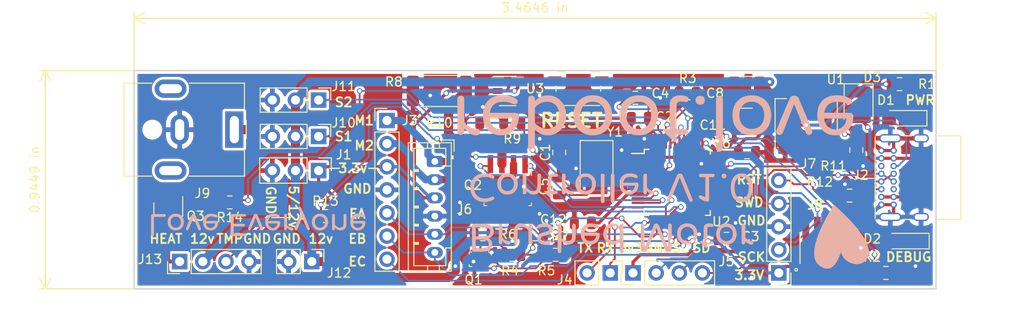
<source format=kicad_pcb>
(kicad_pcb (version 20171130) (host pcbnew 5.1.5-52549c5~84~ubuntu18.04.1)
  (layers (0 F.Cu signal) (31 B.Cu signal) (34 B.Paste user) (35 F.Paste user) (36 B.SilkS user) (37 F.SilkS user) (38 B.Mask user) (39 F.Mask user hide) (44 Edge.Cuts user))
  (net 0 "")
  (net 1 "Net-(C1-Pad1)")
  (net 2 GNDREF)
  (net 3 NRST)
  (net 4 "Net-(C5-Pad1)")
  (net 5 D-)
  (net 6 D+)
  (net 7 SWCLK)
  (net 8 SWDIO)
  (net 9 "Net-(D1-Pad2)")
  (net 10 "Net-(D2-Pad2)")
  (net 11 "Net-(R3-Pad2)")
  (net 12 UART_RX)
  (net 13 UART_TX)
  (net 14 DEBUG)
  (net 15 +12V)
  (net 16 +5V)
  (net 17 "Net-(J2-PadB5)")
  (net 18 "Net-(J2-PadA5)")
  (net 19 MOT2)
  (net 20 MOT1)
  (net 21 SDA1)
  (net 22 SCL1)
  (net 23 ENC_B)
  (net 24 ENC_A)
  (net 25 ENC_C)
  (net 26 "Net-(Q1-Pad3)")
  (net 27 "Net-(Q1-Pad2)")
  (net 28 "Net-(Q1-Pad5)")
  (net 29 "Net-(Q1-Pad6)")
  (net 30 N2G)
  (net 31 N1G)
  (net 32 I_SENS)
  (net 33 P1G)
  (net 34 P2G)
  (net 35 "Net-(R10-Pad2)")
  (net 36 +3V3)
  (net 37 SIG1)
  (net 38 SIG2)
  (net 39 "Net-(J13-Pad1)")
  (net 40 TEMP)
  (net 41 "Net-(Q3-Pad1)")
  (net 42 HEATER)
  (net 43 M_SENSE)
  (module artwork:artwork (layer B.Cu) (at 141.25 62.25)
    (fp_text reference G*** hide)
    (fp_text value LOGO hide)
  )
  (module Connector_PinHeader_2.54mm:PinHeader_1x05_P2.54mm_Vertical (layer F.Cu) (at 170.75 72.25 180)
    (fp_text reference J7 (at -3.25 12) (layer F.SilkS))
    (fp_text value CONN_01X05)
    (pad 5 thru_hole oval (at 0 10.16 180) (size 1.7 1.7) (drill 1) (layers *.Cu *.Mask) (net 3 NRST))
    (pad 4 thru_hole oval (at 0 7.62 180) (size 1.7 1.7) (drill 1) (layers *.Cu *.Mask) (net 8 SWDIO))
    (pad 3 thru_hole oval (at 0 5.08 180) (size 1.7 1.7) (drill 1) (layers *.Cu *.Mask) (net 2 GNDREF))
    (pad 2 thru_hole oval (at 0 2.54 180) (size 1.7 1.7) (drill 1) (layers *.Cu *.Mask) (net 7 SWCLK))
    (pad 1 thru_hole rect (at 0 0 180) (size 1.7 1.7) (drill 1) (layers *.Cu *.Mask) (net 36 +3V3))
  )
  (module Resistor_SMD:R_0805_2012Metric (layer F.Cu) (at 179.25 58.75 270)
    (fp_text reference R11 (at 1.75 2.5) (layer F.SilkS))
    (fp_text value 5.1k)
    (pad 1 smd roundrect (at -0.9375 0 270) (size 0.975 1.4) (layers F.Cu F.Paste F.Mask) (net 17 "Net-(J2-PadB5)"))
    (pad 2 smd roundrect (at 0.9375 0 270) (size 0.975 1.4) (layers F.Cu F.Paste F.Mask) (net 2 GNDREF))
  )
  (module Resistor_SMD:R_0805_2012Metric (layer F.Cu) (at 141.5 70.25 180)
    (fp_text reference R4 (at 0.25 -1.75) (layer F.SilkS))
    (fp_text value 5.1k)
    (pad 2 smd roundrect (at 0.9375 0 180) (size 0.975 1.4) (layers F.Cu F.Paste F.Mask) (net 27 "Net-(Q1-Pad2)"))
    (pad 1 smd roundrect (at -0.9375 0 180) (size 0.975 1.4) (layers F.Cu F.Paste F.Mask) (net 34 P2G))
  )
  (module Connector_PinHeader_2.54mm:PinHeader_1x02_P2.54mm_Vertical (layer F.Cu) (at 152.25 72.25 270)
    (fp_text reference J4 (at 0.75 5 180) (layer F.SilkS))
    (fp_text value CONN_01X02)
    (pad 2 thru_hole oval (at 0 2.54 270) (size 1.7 1.7) (drill 1) (layers *.Cu *.Mask) (net 13 UART_TX))
    (pad 1 thru_hole rect (at 0 0 270) (size 1.7 1.7) (drill 1) (layers *.Cu *.Mask) (net 12 UART_RX))
  )
  (module Diode_SMD:D_1210_3225Metric (layer F.Cu) (at 179.5 53.75 270)
    (fp_text reference D3 (at -3 -1.5 180) (layer F.SilkS))
    (fp_text value D)
    (pad 2 smd roundrect (at 1.4 0 270) (size 1.25 2.65) (layers F.Cu F.Paste F.Mask) (roundrect_rratio 0.2) (net 16 +5V))
    (pad 1 smd roundrect (at -1.4 0 270) (size 1.25 2.65) (layers F.Cu F.Paste F.Mask) (roundrect_rratio 0.2) (net 15 +12V))
  )
  (module LEDs:LED_1206 (layer F.Cu) (at 184.5 55.25 180)
    (fp_text reference D1 (at 2 2) (layer F.SilkS))
    (fp_text value LED)
    (pad 2 smd rect (at 1.65 0) (size 1.5 1.5) (layers F.Cu F.Paste F.Mask) (net 9 "Net-(D1-Pad2)"))
    (pad 1 smd rect (at -1.65 0) (size 1.5 1.5) (layers F.Cu F.Paste F.Mask) (net 2 GNDREF))
  )
  (module digikey-footprints:SOIC-8_W3.9mm (layer F.Cu) (at 141 62.75 180)
    (fp_text reference Q2 (at 3.819 0.157) (layer F.SilkS))
    (fp_text value DMHC3025LSD-13 hide)
    (pad 3 smd rect (at 0.635 2.45 180) (size 0.6 2) (layers F.Cu F.Paste F.Mask) (net 43 M_SENSE))
    (pad 8 smd rect (at -1.905 -2.45 180) (size 0.6 2) (layers F.Cu F.Paste F.Mask) (net 29 "Net-(Q1-Pad6)"))
    (pad 7 smd rect (at -0.635 -2.45 180) (size 0.6 2) (layers F.Cu F.Paste F.Mask) (net 15 +12V))
    (pad 6 smd rect (at 0.635 -2.45 180) (size 0.6 2) (layers F.Cu F.Paste F.Mask) (net 19 MOT2))
    (pad 5 smd rect (at 1.905 -2.45 180) (size 0.6 2) (layers F.Cu F.Paste F.Mask) (net 26 "Net-(Q1-Pad3)"))
    (pad 4 smd rect (at 1.905 2.45 180) (size 0.6 2) (layers F.Cu F.Paste F.Mask) (net 30 N2G))
    (pad 2 smd rect (at -0.635 2.45 180) (size 0.6 2) (layers F.Cu F.Paste F.Mask) (net 20 MOT1))
    (pad 1 smd rect (at -1.905 2.45 180) (size 0.6 2) (layers F.Cu F.Paste F.Mask) (net 31 N1G))
  )
  (module Pin_Headers:Pin_Header_Straight_1x03_Pitch2.54mm (layer F.Cu) (at 120.25 61 270)
    (fp_text reference J1 (at -1.75 -2.75 180) (layer F.SilkS))
    (fp_text value CONN_01X03)
    (pad 1 thru_hole rect (at 0 0 270) (size 1.7 1.7) (drill 1) (layers *.Cu *.Mask) (net 36 +3V3))
    (pad 2 thru_hole oval (at 0 2.54 270) (size 1.7 1.7) (drill 1) (layers *.Cu *.Mask) (net 15 +12V))
    (pad 3 thru_hole oval (at 0 5.08 270) (size 1.7 1.7) (drill 1) (layers *.Cu *.Mask) (net 2 GNDREF))
  )
  (module Resistor_SMD:R_0805_2012Metric (layer F.Cu) (at 137 55.75)
    (fp_text reference R10 (at -3.5 0) (layer F.SilkS))
    (fp_text value ??R)
    (pad 1 smd roundrect (at -0.9375 0) (size 0.975 1.4) (layers F.Cu F.Paste F.Mask) (net 2 GNDREF))
    (pad 2 smd roundrect (at 0.9375 0) (size 0.975 1.4) (layers F.Cu F.Paste F.Mask) (net 35 "Net-(R10-Pad2)"))
  )
  (module Housings_QFP:LQFP-48_7x7mm_Pitch0.5mm (layer F.Cu) (at 159.604 62.292)
    (fp_text reference U2 (at 4.826 4.318 180) (layer F.SilkS))
    (fp_text value STM32F070CBT6)
    (pad 1 smd rect (at -4.35 -2.75) (size 1.3 0.25) (layers F.Cu F.Paste F.Mask) (net 36 +3V3))
    (pad 2 smd rect (at -4.35 -2.25) (size 1.3 0.25) (layers F.Cu F.Paste F.Mask))
    (pad 3 smd rect (at -4.35 -1.75) (size 1.3 0.25) (layers F.Cu F.Paste F.Mask))
    (pad 4 smd rect (at -4.35 -1.25) (size 1.3 0.25) (layers F.Cu F.Paste F.Mask))
    (pad 5 smd rect (at -4.35 -0.75) (size 1.3 0.25) (layers F.Cu F.Paste F.Mask) (net 1 "Net-(C1-Pad1)"))
    (pad 6 smd rect (at -4.35 -0.25) (size 1.3 0.25) (layers F.Cu F.Paste F.Mask) (net 4 "Net-(C5-Pad1)"))
    (pad 7 smd rect (at -4.35 0.25) (size 1.3 0.25) (layers F.Cu F.Paste F.Mask) (net 3 NRST))
    (pad 8 smd rect (at -4.35 0.75) (size 1.3 0.25) (layers F.Cu F.Paste F.Mask) (net 2 GNDREF))
    (pad 9 smd rect (at -4.35 1.25) (size 1.3 0.25) (layers F.Cu F.Paste F.Mask) (net 36 +3V3))
    (pad 10 smd rect (at -4.35 1.75) (size 1.3 0.25) (layers F.Cu F.Paste F.Mask) (net 32 I_SENS))
    (pad 11 smd rect (at -4.35 2.25) (size 1.3 0.25) (layers F.Cu F.Paste F.Mask) (net 40 TEMP))
    (pad 12 smd rect (at -4.35 2.75) (size 1.3 0.25) (layers F.Cu F.Paste F.Mask) (net 13 UART_TX))
    (pad 13 smd rect (at -2.75 4.35 90) (size 1.3 0.25) (layers F.Cu F.Paste F.Mask) (net 12 UART_RX))
    (pad 14 smd rect (at -2.25 4.35 90) (size 1.3 0.25) (layers F.Cu F.Paste F.Mask) (net 33 P1G))
    (pad 15 smd rect (at -1.75 4.35 90) (size 1.3 0.25) (layers F.Cu F.Paste F.Mask) (net 34 P2G))
    (pad 16 smd rect (at -1.25 4.35 90) (size 1.3 0.25) (layers F.Cu F.Paste F.Mask) (net 31 N1G))
    (pad 17 smd rect (at -0.75 4.35 90) (size 1.3 0.25) (layers F.Cu F.Paste F.Mask) (net 30 N2G))
    (pad 18 smd rect (at -0.25 4.35 90) (size 1.3 0.25) (layers F.Cu F.Paste F.Mask) (net 24 ENC_A))
    (pad 19 smd rect (at 0.25 4.35 90) (size 1.3 0.25) (layers F.Cu F.Paste F.Mask) (net 23 ENC_B))
    (pad 20 smd rect (at 0.75 4.35 90) (size 1.3 0.25) (layers F.Cu F.Paste F.Mask) (net 25 ENC_C))
    (pad 21 smd rect (at 1.25 4.35 90) (size 1.3 0.25) (layers F.Cu F.Paste F.Mask))
    (pad 22 smd rect (at 1.75 4.35 90) (size 1.3 0.25) (layers F.Cu F.Paste F.Mask))
    (pad 23 smd rect (at 2.25 4.35 90) (size 1.3 0.25) (layers F.Cu F.Paste F.Mask) (net 2 GNDREF))
    (pad 24 smd rect (at 2.75 4.35 90) (size 1.3 0.25) (layers F.Cu F.Paste F.Mask) (net 36 +3V3))
    (pad 25 smd rect (at 4.35 2.75) (size 1.3 0.25) (layers F.Cu F.Paste F.Mask))
    (pad 26 smd rect (at 4.35 2.25) (size 1.3 0.25) (layers F.Cu F.Paste F.Mask))
    (pad 27 smd rect (at 4.35 1.75) (size 1.3 0.25) (layers F.Cu F.Paste F.Mask))
    (pad 28 smd rect (at 4.35 1.25) (size 1.3 0.25) (layers F.Cu F.Paste F.Mask))
    (pad 29 smd rect (at 4.35 0.75) (size 1.3 0.25) (layers F.Cu F.Paste F.Mask))
    (pad 30 smd rect (at 4.35 0.25) (size 1.3 0.25) (layers F.Cu F.Paste F.Mask) (net 22 SCL1))
    (pad 31 smd rect (at 4.35 -0.25) (size 1.3 0.25) (layers F.Cu F.Paste F.Mask) (net 21 SDA1))
    (pad 32 smd rect (at 4.35 -0.75) (size 1.3 0.25) (layers F.Cu F.Paste F.Mask) (net 5 D-))
    (pad 33 smd rect (at 4.35 -1.25) (size 1.3 0.25) (layers F.Cu F.Paste F.Mask) (net 6 D+))
    (pad 34 smd rect (at 4.35 -1.75) (size 1.3 0.25) (layers F.Cu F.Paste F.Mask) (net 8 SWDIO))
    (pad 35 smd rect (at 4.35 -2.25) (size 1.3 0.25) (layers F.Cu F.Paste F.Mask) (net 2 GNDREF))
    (pad 36 smd rect (at 4.35 -2.75) (size 1.3 0.25) (layers F.Cu F.Paste F.Mask) (net 36 +3V3))
    (pad 37 smd rect (at 2.75 -4.35 90) (size 1.3 0.25) (layers F.Cu F.Paste F.Mask) (net 7 SWCLK))
    (pad 38 smd rect (at 2.25 -4.35 90) (size 1.3 0.25) (layers F.Cu F.Paste F.Mask) (net 14 DEBUG))
    (pad 39 smd rect (at 1.75 -4.35 90) (size 1.3 0.25) (layers F.Cu F.Paste F.Mask))
    (pad 40 smd rect (at 1.25 -4.35 90) (size 1.3 0.25) (layers F.Cu F.Paste F.Mask))
    (pad 41 smd rect (at 0.75 -4.35 90) (size 1.3 0.25) (layers F.Cu F.Paste F.Mask) (net 42 HEATER))
    (pad 42 smd rect (at 0.25 -4.35 90) (size 1.3 0.25) (layers F.Cu F.Paste F.Mask))
    (pad 43 smd rect (at -0.25 -4.35 90) (size 1.3 0.25) (layers F.Cu F.Paste F.Mask))
    (pad 44 smd rect (at -0.75 -4.35 90) (size 1.3 0.25) (layers F.Cu F.Paste F.Mask) (net 11 "Net-(R3-Pad2)"))
    (pad 45 smd rect (at -1.25 -4.35 90) (size 1.3 0.25) (layers F.Cu F.Paste F.Mask) (net 37 SIG1))
    (pad 46 smd rect (at -1.75 -4.35 90) (size 1.3 0.25) (layers F.Cu F.Paste F.Mask) (net 38 SIG2))
    (pad 47 smd rect (at -2.25 -4.35 90) (size 1.3 0.25) (layers F.Cu F.Paste F.Mask) (net 2 GNDREF))
    (pad 48 smd rect (at -2.75 -4.35 90) (size 1.3 0.25) (layers F.Cu F.Paste F.Mask) (net 36 +3V3))
  )
  (module digikey-footprints:SOT-363 (layer F.Cu) (at 138 70.75 180)
    (fp_text reference Q1 (at 0.75 -2.25) (layer F.SilkS))
    (fp_text value MBT3904DW1T1G hide)
    (pad 3 smd rect (at 0.65 0.95 180) (size 0.42 0.6) (layers F.Cu F.Paste F.Mask) (net 26 "Net-(Q1-Pad3)"))
    (pad 2 smd rect (at 0 0.95 180) (size 0.42 0.6) (layers F.Cu F.Paste F.Mask) (net 27 "Net-(Q1-Pad2)"))
    (pad 1 smd rect (at -0.65 0.95 180) (size 0.42 0.6) (layers F.Cu F.Paste F.Mask) (net 2 GNDREF))
    (pad 4 smd rect (at 0.65 -0.95 180) (size 0.42 0.6) (layers F.Cu F.Paste F.Mask) (net 2 GNDREF))
    (pad 5 smd rect (at 0 -0.95 180) (size 0.42 0.6) (layers F.Cu F.Paste F.Mask) (net 28 "Net-(Q1-Pad5)"))
    (pad 6 smd rect (at -0.65 -0.95 180) (size 0.42 0.6) (layers F.Cu F.Paste F.Mask) (net 29 "Net-(Q1-Pad6)"))
  )
  (module Package_TO_SOT_SMD:SOT-23-5 (layer F.Cu) (at 141 52.25)
    (fp_text reference U3 (at 3 -0.25) (layer F.SilkS))
    (fp_text value LMV321)
    (pad 5 smd rect (at 1.1 -0.95) (size 1.06 0.65) (layers F.Cu F.Paste F.Mask) (net 36 +3V3))
    (pad 4 smd rect (at 1.1 0.95) (size 1.06 0.65) (layers F.Cu F.Paste F.Mask) (net 32 I_SENS))
    (pad 3 smd rect (at -1.1 0.95) (size 1.06 0.65) (layers F.Cu F.Paste F.Mask) (net 35 "Net-(R10-Pad2)"))
    (pad 2 smd rect (at -1.1 0) (size 1.06 0.65) (layers F.Cu F.Paste F.Mask) (net 2 GNDREF))
    (pad 1 smd rect (at -1.1 -0.95) (size 1.06 0.65) (layers F.Cu F.Paste F.Mask) (net 43 M_SENSE))
  )
  (module TO_SOT_Packages_SMD:SOT-223 (layer F.Cu) (at 173.75 55 90)
    (fp_text reference U1 (at 4 3.25 180) (layer F.SilkS))
    (fp_text value NCP1117ST33T3G hide)
    (pad 4 smd rect (at 3.15 0 90) (size 2 3.8) (layers F.Cu F.Paste F.Mask))
    (pad 2 smd rect (at -3.15 0 90) (size 2 1.5) (layers F.Cu F.Paste F.Mask) (net 36 +3V3))
    (pad 3 smd rect (at -3.15 2.3 90) (size 2 1.5) (layers F.Cu F.Paste F.Mask) (net 15 +12V))
    (pad 1 smd rect (at -3.15 -2.3 90) (size 2 1.5) (layers F.Cu F.Paste F.Mask) (net 2 GNDREF))
  )
  (module Resistor_SMD:R_0805_2012Metric (layer F.Cu) (at 141.5 55.75)
    (fp_text reference R9 (at 0 1.75) (layer F.SilkS))
    (fp_text value ??R)
    (pad 2 smd roundrect (at 0.9375 0) (size 0.975 1.4) (layers F.Cu F.Paste F.Mask) (net 32 I_SENS))
    (pad 1 smd roundrect (at -0.9375 0) (size 0.975 1.4) (layers F.Cu F.Paste F.Mask) (net 35 "Net-(R10-Pad2)"))
  )
  (module Resistor_SMD:R_0805_2012Metric (layer F.Cu) (at 138.25 68 180)
    (fp_text reference R6 (at -2.75 0 180) (layer F.SilkS))
    (fp_text value 5.1k)
    (pad 2 smd roundrect (at 0.9375 0 180) (size 0.975 1.4) (layers F.Cu F.Paste F.Mask) (net 26 "Net-(Q1-Pad3)"))
    (pad 1 smd roundrect (at -0.9375 0 180) (size 0.975 1.4) (layers F.Cu F.Paste F.Mask) (net 15 +12V))
  )
  (module Resistor_SMD:R_0805_2012Metric (layer F.Cu) (at 182.5 72.25)
    (fp_text reference R2 (at -1.5 -1.75 180) (layer F.SilkS))
    (fp_text value 650)
    (pad 2 smd roundrect (at 0.9375 0) (size 0.975 1.4) (layers F.Cu F.Paste F.Mask) (net 10 "Net-(D2-Pad2)"))
    (pad 1 smd roundrect (at -0.9375 0) (size 0.975 1.4) (layers F.Cu F.Paste F.Mask) (net 14 DEBUG))
  )
  (module Capacitor_SMD:C_0805_2012Metric (layer F.Cu) (at 146.65 59 270)
    (fp_text reference C1 (at 0 1.524 90) (layer F.SilkS))
    (fp_text value 20pF)
    (pad 2 smd roundrect (at 0.9375 0 270) (size 0.975 1.4) (layers F.Cu F.Paste F.Mask) (net 2 GNDREF))
    (pad 1 smd roundrect (at -0.9375 0 270) (size 0.975 1.4) (layers F.Cu F.Paste F.Mask) (net 1 "Net-(C1-Pad1)"))
  )
  (module Resistor_SMD:R_0805_2012Metric (layer F.Cu) (at 160.75 52.5)
    (fp_text reference R3 (at 0 -1.65) (layer F.SilkS))
    (fp_text value 10K)
    (pad 1 smd roundrect (at -0.9375 0) (size 0.975 1.4) (layers F.Cu F.Paste F.Mask) (net 2 GNDREF))
    (pad 2 smd roundrect (at 0.9375 0) (size 0.975 1.4) (layers F.Cu F.Paste F.Mask) (net 11 "Net-(R3-Pad2)"))
  )
  (module LEDs:LED_1206 (layer F.Cu) (at 184.75 68.75 180)
    (fp_text reference D2 (at 3.75 0.25) (layer F.SilkS))
    (fp_text value LED)
    (pad 2 smd rect (at 1.65 0) (size 1.5 1.5) (layers F.Cu F.Paste F.Mask) (net 10 "Net-(D2-Pad2)"))
    (pad 1 smd rect (at -1.65 0) (size 1.5 1.5) (layers F.Cu F.Paste F.Mask) (net 2 GNDREF))
  )
  (module Connector_JST:JST_PH_B6B-PH-K_1x06_P2.00mm_Vertical (layer F.Cu) (at 133 60 270)
    (fp_text reference J6 (at 5.25 -3.25 180) (layer F.SilkS))
    (fp_text value Conn_01x06)
    (pad 6 thru_hole oval (at 10 0 270) (size 1.2 1.75) (drill 0.75) (layers *.Cu *.Mask) (net 23 ENC_B))
    (pad 5 thru_hole oval (at 8 0 270) (size 1.2 1.75) (drill 0.75) (layers *.Cu *.Mask) (net 24 ENC_A))
    (pad 4 thru_hole oval (at 6 0 270) (size 1.2 1.75) (drill 0.75) (layers *.Cu *.Mask) (net 2 GNDREF))
    (pad 3 thru_hole oval (at 4 0 270) (size 1.2 1.75) (drill 0.75) (layers *.Cu *.Mask) (net 36 +3V3))
    (pad 2 thru_hole oval (at 2 0 270) (size 1.2 1.75) (drill 0.75) (layers *.Cu *.Mask) (net 19 MOT2))
    (pad 1 thru_hole roundrect (at 0 0 270) (size 1.2 1.75) (drill 0.75) (layers *.Cu *.Mask) (roundrect_rratio 0.208333) (net 20 MOT1))
  )
  (module Capacitor_SMD:C_0805_2012Metric (layer F.Cu) (at 149.25 66.75 180)
    (fp_text reference C12 (at 3.25 0.364) (layer F.SilkS))
    (fp_text value 0.1uF)
    (pad 1 smd roundrect (at -0.9375 0 180) (size 0.975 1.4) (layers F.Cu F.Paste F.Mask) (net 36 +3V3))
    (pad 2 smd roundrect (at 0.9375 0 180) (size 0.975 1.4) (layers F.Cu F.Paste F.Mask) (net 2 GNDREF))
  )
  (module Connector_USB:USB_C_Receptacle_GCT_USB4085 (layer F.Cu) (at 182 64.75 90)
    (fp_text reference J2 (at 3.25 -2.25 180) (layer F.SilkS))
    (fp_text value USB_C_Receptacle_USB2.0)
    (pad S1 thru_hole oval (at 7.3 4.36 90) (size 0.9 1.7) (drill oval 0.6 1.4) (layers *.Cu *.Mask) (net 2 GNDREF))
    (pad S1 thru_hole oval (at -1.35 4.36 90) (size 0.9 1.7) (drill oval 0.6 1.4) (layers *.Cu *.Mask) (net 2 GNDREF))
    (pad S1 thru_hole oval (at 7.3 0.98 90) (size 0.9 2.4) (drill oval 0.6 2.1) (layers *.Cu *.Mask) (net 2 GNDREF))
    (pad S1 thru_hole oval (at -1.35 0.98 90) (size 0.9 2.4) (drill oval 0.6 2.1) (layers *.Cu *.Mask) (net 2 GNDREF))
    (pad B6 thru_hole circle (at 3.4 1.35 90) (size 0.7 0.7) (drill 0.4) (layers *.Cu *.Mask) (net 6 D+))
    (pad B1 thru_hole circle (at 5.95 1.35 90) (size 0.7 0.7) (drill 0.4) (layers *.Cu *.Mask) (net 2 GNDREF))
    (pad B4 thru_hole circle (at 5.1 1.35 90) (size 0.7 0.7) (drill 0.4) (layers *.Cu *.Mask) (net 16 +5V))
    (pad B5 thru_hole circle (at 4.25 1.35 90) (size 0.7 0.7) (drill 0.4) (layers *.Cu *.Mask) (net 17 "Net-(J2-PadB5)"))
    (pad B12 thru_hole circle (at 0 1.35 90) (size 0.7 0.7) (drill 0.4) (layers *.Cu *.Mask) (net 2 GNDREF))
    (pad B8 thru_hole circle (at 1.7 1.35 90) (size 0.7 0.7) (drill 0.4) (layers *.Cu *.Mask))
    (pad B7 thru_hole circle (at 2.55 1.35 90) (size 0.7 0.7) (drill 0.4) (layers *.Cu *.Mask) (net 5 D-))
    (pad B9 thru_hole circle (at 0.85 1.35 90) (size 0.7 0.7) (drill 0.4) (layers *.Cu *.Mask) (net 16 +5V))
    (pad A12 thru_hole circle (at 5.95 0 90) (size 0.7 0.7) (drill 0.4) (layers *.Cu *.Mask) (net 2 GNDREF))
    (pad A9 thru_hole circle (at 5.1 0 90) (size 0.7 0.7) (drill 0.4) (layers *.Cu *.Mask) (net 16 +5V))
    (pad A8 thru_hole circle (at 4.25 0 90) (size 0.7 0.7) (drill 0.4) (layers *.Cu *.Mask))
    (pad A7 thru_hole circle (at 3.4 0 90) (size 0.7 0.7) (drill 0.4) (layers *.Cu *.Mask) (net 5 D-))
    (pad A6 thru_hole circle (at 2.55 0 90) (size 0.7 0.7) (drill 0.4) (layers *.Cu *.Mask) (net 6 D+))
    (pad A5 thru_hole circle (at 1.7 0 90) (size 0.7 0.7) (drill 0.4) (layers *.Cu *.Mask) (net 18 "Net-(J2-PadA5)"))
    (pad A4 thru_hole circle (at 0.85 0 90) (size 0.7 0.7) (drill 0.4) (layers *.Cu *.Mask) (net 16 +5V))
    (pad A1 thru_hole circle (at 0 0 90) (size 0.7 0.7) (drill 0.4) (layers *.Cu *.Mask) (net 2 GNDREF))
  )
  (module Resistor_SMD:R_0805_2012Metric (layer F.Cu) (at 146.25 70.25 180)
    (fp_text reference R5 (at 1 -1.75) (layer F.SilkS))
    (fp_text value 5.1k)
    (pad 1 smd roundrect (at -0.9375 0 180) (size 0.975 1.4) (layers F.Cu F.Paste F.Mask) (net 33 P1G))
    (pad 2 smd roundrect (at 0.9375 0 180) (size 0.975 1.4) (layers F.Cu F.Paste F.Mask) (net 28 "Net-(Q1-Pad5)"))
  )
  (module Resistor_SMD:R_0805_2012Metric (layer F.Cu) (at 178.5 63.75 180)
    (fp_text reference R12 (at 3.25 1.5) (layer F.SilkS))
    (fp_text value 5.1k)
    (pad 1 smd roundrect (at -0.9375 0 180) (size 0.975 1.4) (layers F.Cu F.Paste F.Mask) (net 18 "Net-(J2-PadA5)"))
    (pad 2 smd roundrect (at 0.9375 0 180) (size 0.975 1.4) (layers F.Cu F.Paste F.Mask) (net 2 GNDREF))
  )
  (module Connector_PinHeader_2.54mm:PinHeader_1x04_P2.54mm_Vertical (layer F.Cu) (at 154.75 72.25 90)
    (fp_text reference J5 (at 1.25 10.25 180) (layer F.SilkS))
    (fp_text value Conn_01x04)
    (pad 4 thru_hole oval (at 0 7.62 90) (size 1.7 1.7) (drill 1) (layers *.Cu *.Mask) (net 21 SDA1))
    (pad 3 thru_hole oval (at 0 5.08 90) (size 1.7 1.7) (drill 1) (layers *.Cu *.Mask) (net 22 SCL1))
    (pad 2 thru_hole oval (at 0 2.54 90) (size 1.7 1.7) (drill 1) (layers *.Cu *.Mask) (net 2 GNDREF))
    (pad 1 thru_hole rect (at 0 0 90) (size 1.7 1.7) (drill 1) (layers *.Cu *.Mask) (net 36 +3V3))
  )
  (module Resistor_SMD:R_0805_2012Metric (layer F.Cu) (at 144 68)
    (fp_text reference R7 (at 2.75 0.25) (layer F.SilkS))
    (fp_text value 5.1k)
    (pad 2 smd roundrect (at 0.9375 0) (size 0.975 1.4) (layers F.Cu F.Paste F.Mask) (net 29 "Net-(Q1-Pad6)"))
    (pad 1 smd roundrect (at -0.9375 0) (size 0.975 1.4) (layers F.Cu F.Paste F.Mask) (net 15 +12V))
  )
  (module Resistor_SMD:R_0805_2012Metric (layer F.Cu) (at 184 51.5)
    (fp_text reference R1 (at 3 0) (layer F.SilkS))
    (fp_text value 650)
    (pad 1 smd roundrect (at -0.9375 0) (size 0.975 1.4) (layers F.Cu F.Paste F.Mask) (net 36 +3V3))
    (pad 2 smd roundrect (at 0.9375 0) (size 0.975 1.4) (layers F.Cu F.Paste F.Mask) (net 9 "Net-(D1-Pad2)"))
  )
  (module Capacitor_SMD:C_0805_2012Metric (layer F.Cu) (at 165 68.5)
    (fp_text reference C3 (at 2.656 -0.25) (layer F.SilkS))
    (fp_text value 0.1uF)
    (pad 2 smd roundrect (at 0.9375 0) (size 0.975 1.4) (layers F.Cu F.Paste F.Mask) (net 2 GNDREF))
    (pad 1 smd roundrect (at -0.9375 0) (size 0.975 1.4) (layers F.Cu F.Paste F.Mask) (net 36 +3V3))
  )
  (module Capacitor_SMD:C_0805_2012Metric (layer F.Cu) (at 155.5 55.25)
    (fp_text reference C2 (at 2.7025 -0.172) (layer F.SilkS))
    (fp_text value 0.1uF)
    (pad 2 smd roundrect (at 0.9375 0) (size 0.975 1.4) (layers F.Cu F.Paste F.Mask) (net 2 GNDREF))
    (pad 1 smd roundrect (at -0.9375 0) (size 0.975 1.4) (layers F.Cu F.Paste F.Mask) (net 36 +3V3))
  )
  (module Capacitor_SMD:C_0805_2012Metric (layer F.Cu) (at 167.25 58.99)
    (fp_text reference C6 (at -2.75 -0.99) (layer F.SilkS))
    (fp_text value 0.1uF)
    (pad 2 smd roundrect (at 0.9375 0) (size 0.975 1.4) (layers F.Cu F.Paste F.Mask) (net 2 GNDREF))
    (pad 1 smd roundrect (at -0.9375 0) (size 0.975 1.4) (layers F.Cu F.Paste F.Mask) (net 36 +3V3))
  )
  (module Capacitor_SMD:C_0805_2012Metric (layer F.Cu) (at 146.65 62.75 90)
    (fp_text reference C5 (at 0 -1.65 90) (layer F.SilkS))
    (fp_text value 20pF)
    (pad 2 smd roundrect (at 0.9375 0 90) (size 0.975 1.4) (layers F.Cu F.Paste F.Mask) (net 2 GNDREF))
    (pad 1 smd roundrect (at -0.9375 0 90) (size 0.975 1.4) (layers F.Cu F.Paste F.Mask) (net 4 "Net-(C5-Pad1)"))
  )
  (module Capacitor_SMD:C_0805_2012Metric (layer F.Cu) (at 155 53)
    (fp_text reference C4 (at 2.75 -0.5) (layer F.SilkS))
    (fp_text value 0.1uF)
    (pad 2 smd roundrect (at 0.9375 0) (size 0.975 1.4) (layers F.Cu F.Paste F.Mask) (net 2 GNDREF))
    (pad 1 smd roundrect (at -0.9375 0) (size 0.975 1.4) (layers F.Cu F.Paste F.Mask) (net 3 NRST))
  )
  (module Resistor_SMD:R_2512_6332Metric (layer F.Cu) (at 133.5 52.25)
    (fp_text reference R8 (at -5 -1 180) (layer F.SilkS))
    (fp_text value 0.15R)
    (pad 1 smd roundrect (at -2.9 0) (size 1.35 3.35) (layers F.Cu F.Paste F.Mask) (roundrect_rratio 0.185185) (net 2 GNDREF))
    (pad 2 smd roundrect (at 2.9 0) (size 1.35 3.35) (layers F.Cu F.Paste F.Mask) (roundrect_rratio 0.185185) (net 43 M_SENSE))
  )
  (module Capacitor_SMD:C_1210_3225Metric (layer F.Cu) (at 167.25 52 180)
    (fp_text reference C8 (at 3.5 -0.5) (layer F.SilkS))
    (fp_text value 10uF)
    (pad 1 smd roundrect (at -1.4 0 180) (size 1.25 2.65) (layers F.Cu F.Paste F.Mask) (roundrect_rratio 0.2) (net 15 +12V))
    (pad 2 smd roundrect (at 1.4 0 180) (size 1.25 2.65) (layers F.Cu F.Paste F.Mask) (roundrect_rratio 0.2) (net 2 GNDREF))
  )
  (module Capacitor_SMD:C_1210_3225Metric (layer F.Cu) (at 167.25 55.5 180)
    (fp_text reference C11 (at 3.75 -0.5) (layer F.SilkS))
    (fp_text value 10uF)
    (pad 2 smd roundrect (at 1.4 0 180) (size 1.25 2.65) (layers F.Cu F.Paste F.Mask) (roundrect_rratio 0.2) (net 2 GNDREF))
    (pad 1 smd roundrect (at -1.4 0 180) (size 1.25 2.65) (layers F.Cu F.Paste F.Mask) (roundrect_rratio 0.2) (net 36 +3V3))
  )
  (module Crystal:Crystal_SMD_5032-2Pin_5.0x3.2mm (layer F.Cu) (at 150.75 60.75 270)
    (fp_text reference Y1 (at -4 -2 180) (layer F.SilkS))
    (fp_text value 8MHz)
    (pad 1 smd rect (at -1.85 0 270) (size 2 2.4) (layers F.Cu F.Paste F.Mask) (net 1 "Net-(C1-Pad1)"))
    (pad 2 smd rect (at 1.85 0 270) (size 2 2.4) (layers F.Cu F.Paste F.Mask) (net 4 "Net-(C5-Pad1)"))
  )
  (module Connector_BarrelJack:BarrelJack_CUI_PJ-063AH_Horizontal (layer F.Cu) (at 111 56.5 270)
    (fp_text reference J9 (at 7 3.5) (layer F.SilkS))
    (fp_text value Barrel_Jack)
    (pad 1 thru_hole rect (at 0 0 270) (size 4 2) (drill oval 3 1) (layers *.Cu *.Mask) (net 15 +12V))
    (pad 2 thru_hole oval (at 0 6 270) (size 3.3 2) (drill oval 2.3 1) (layers *.Cu *.Mask) (net 2 GNDREF))
    (pad MP thru_hole oval (at -4.5 7 270) (size 2 3.5) (drill oval 1 2.5) (layers *.Cu *.Mask))
    (pad MP thru_hole oval (at 4.5 7 270) (size 2 3.5) (drill oval 1 2.5) (layers *.Cu *.Mask))
    (pad "" np_thru_hole circle (at 0 9 270) (size 1.6 1.6) (drill 1.6) (layers *.Cu *.Mask))
  )
  (module Connector_PinHeader_2.54mm:PinHeader_1x03_P2.54mm_Vertical (layer F.Cu) (at 120.25 57.25 270)
    (fp_text reference J10 (at -1.5 -2.75) (layer F.SilkS))
    (fp_text value Conn_01x03)
    (pad 3 thru_hole oval (at 0 5.08 270) (size 1.7 1.7) (drill 1) (layers *.Cu *.Mask) (net 2 GNDREF))
    (pad 2 thru_hole oval (at 0 2.54 270) (size 1.7 1.7) (drill 1) (layers *.Cu *.Mask) (net 15 +12V))
    (pad 1 thru_hole rect (at 0 0 270) (size 1.7 1.7) (drill 1) (layers *.Cu *.Mask) (net 37 SIG1))
  )
  (module Connector_PinHeader_2.54mm:PinHeader_1x03_P2.54mm_Vertical (layer F.Cu) (at 120.25 53.25 270)
    (fp_text reference J11 (at -1.5 -2.75) (layer F.SilkS))
    (fp_text value Conn_01x03)
    (pad 1 thru_hole rect (at 0 0 270) (size 1.7 1.7) (drill 1) (layers *.Cu *.Mask) (net 38 SIG2))
    (pad 2 thru_hole oval (at 0 2.54 270) (size 1.7 1.7) (drill 1) (layers *.Cu *.Mask) (net 15 +12V))
    (pad 3 thru_hole oval (at 0 5.08 270) (size 1.7 1.7) (drill 1) (layers *.Cu *.Mask) (net 2 GNDREF))
  )
  (module Connector_PinHeader_2.54mm:PinHeader_1x02_P2.54mm_Vertical (layer F.Cu) (at 119.5 71 270)
    (fp_text reference J12 (at 1.25 -3 180) (layer F.SilkS))
    (fp_text value Conn_01x02)
    (pad 1 thru_hole rect (at 0 0 270) (size 1.7 1.7) (drill 1) (layers *.Cu *.Mask) (net 15 +12V))
    (pad 2 thru_hole oval (at 0 2.54 270) (size 1.7 1.7) (drill 1) (layers *.Cu *.Mask) (net 2 GNDREF))
  )
  (module Connector_PinHeader_2.54mm:PinHeader_1x07_P2.54mm_Vertical (layer F.Cu) (at 127.75 55.5)
    (fp_text reference J3 (at 2.5 0) (layer F.SilkS))
    (fp_text value Conn_01x07)
    (pad 1 thru_hole rect (at 0 0) (size 1.7 1.7) (drill 1) (layers *.Cu *.Mask) (net 20 MOT1))
    (pad 2 thru_hole oval (at 0 2.54) (size 1.7 1.7) (drill 1) (layers *.Cu *.Mask) (net 19 MOT2))
    (pad 3 thru_hole oval (at 0 5.08) (size 1.7 1.7) (drill 1) (layers *.Cu *.Mask) (net 36 +3V3))
    (pad 4 thru_hole oval (at 0 7.62) (size 1.7 1.7) (drill 1) (layers *.Cu *.Mask) (net 2 GNDREF))
    (pad 5 thru_hole oval (at 0 10.16) (size 1.7 1.7) (drill 1) (layers *.Cu *.Mask) (net 24 ENC_A))
    (pad 6 thru_hole oval (at 0 12.7) (size 1.7 1.7) (drill 1) (layers *.Cu *.Mask) (net 23 ENC_B))
    (pad 7 thru_hole oval (at 0 15.24) (size 1.7 1.7) (drill 1) (layers *.Cu *.Mask) (net 25 ENC_C))
  )
  (module Button_Switch_SMD:Panasonic_EVQPUK_EVQPUB (layer F.Cu) (at 148.75 52)
    (fp_text reference SW_RST1 hide)
    (fp_text value SW_DPST_x2)
    (pad 2 smd rect (at 2.575 0.85 180) (size 1.45 1) (layers F.Cu F.Paste F.Mask) (net 3 NRST))
    (pad 2 smd rect (at -2.575 0.85 180) (size 1.45 1) (layers F.Cu F.Paste F.Mask) (net 3 NRST))
    (pad 1 smd rect (at -2.575 -0.85 180) (size 1.45 1) (layers F.Cu F.Paste F.Mask) (net 2 GNDREF))
    (pad 1 smd rect (at 2.575 -0.85 180) (size 1.45 1) (layers F.Cu F.Paste F.Mask) (net 2 GNDREF))
  )
  (module debug_connector:SAMTEC_FTSH-105-01-L-DV-K (layer F.Cu) (at 176.25 69.5)
    (fp_text reference J8 (at -1.5 -4.735) (layer F.SilkS) (effects (font (thickness 0.2))))
    (fp_text value Conn_ARM_JTAG_SWD_10)
    (pad 1 smd rect (at -2.54 2.035) (size 0.74 2.79) (layers F.Cu F.Paste F.Mask) (net 36 +3V3))
    (pad 2 smd rect (at -2.54 -2.035) (size 0.74 2.79) (layers F.Cu F.Paste F.Mask) (net 8 SWDIO))
    (pad 3 smd rect (at -1.27 2.035) (size 0.74 2.79) (layers F.Cu F.Paste F.Mask) (net 2 GNDREF))
    (pad 4 smd rect (at -1.27 -2.035) (size 0.74 2.79) (layers F.Cu F.Paste F.Mask) (net 7 SWCLK))
    (pad 5 smd rect (at 0 2.035) (size 0.74 2.79) (layers F.Cu F.Paste F.Mask) (net 2 GNDREF))
    (pad 6 smd rect (at 0 -2.035) (size 0.74 2.79) (layers F.Cu F.Paste F.Mask))
    (pad 7 smd rect (at 1.27 2.035) (size 0.74 2.79) (layers F.Cu F.Paste F.Mask))
    (pad 8 smd rect (at 1.27 -2.035) (size 0.74 2.79) (layers F.Cu F.Paste F.Mask))
    (pad 9 smd rect (at 2.54 2.035) (size 0.74 2.79) (layers F.Cu F.Paste F.Mask) (net 2 GNDREF))
    (pad 10 smd rect (at 2.54 -2.035) (size 0.74 2.79) (layers F.Cu F.Paste F.Mask) (net 3 NRST))
  )
  (module Connector_PinHeader_2.54mm:PinHeader_1x04_P2.54mm_Vertical (layer F.Cu) (at 105 71 90)
    (fp_text reference J13 (at 0.25 -3.25 180) (layer F.SilkS))
    (fp_text value Conn_01x04)
    (pad 1 thru_hole rect (at 0 0 90) (size 1.7 1.7) (drill 1) (layers *.Cu *.Mask) (net 39 "Net-(J13-Pad1)"))
    (pad 2 thru_hole oval (at 0 2.54 90) (size 1.7 1.7) (drill 1) (layers *.Cu *.Mask) (net 15 +12V))
    (pad 3 thru_hole oval (at 0 5.08 90) (size 1.7 1.7) (drill 1) (layers *.Cu *.Mask) (net 40 TEMP))
    (pad 4 thru_hole oval (at 0 7.62 90) (size 1.7 1.7) (drill 1) (layers *.Cu *.Mask) (net 2 GNDREF))
  )
  (module Package_TO_SOT_SMD:SOT-23 (layer F.Cu) (at 103.75 65.25 270)
    (fp_text reference Q3 (at 0.75 -3 180) (layer F.SilkS))
    (fp_text value DMG3404L)
    (pad 1 smd rect (at -1 -0.95 270) (size 0.9 0.8) (layers F.Cu F.Paste F.Mask) (net 41 "Net-(Q3-Pad1)"))
    (pad 2 smd rect (at -1 0.95 270) (size 0.9 0.8) (layers F.Cu F.Paste F.Mask) (net 2 GNDREF))
    (pad 3 smd rect (at 1 0 270) (size 0.9 0.8) (layers F.Cu F.Paste F.Mask) (net 39 "Net-(J13-Pad1)"))
  )
  (module Resistor_SMD:R_0805_2012Metric (layer F.Cu) (at 121 66)
    (fp_text reference R13 (at 0 -1.65) (layer F.SilkS))
    (fp_text value 100k)
    (pad 2 smd roundrect (at 0.9375 0) (size 0.975 1.4) (layers F.Cu F.Paste F.Mask) (net 36 +3V3))
    (pad 1 smd roundrect (at -0.9375 0) (size 0.975 1.4) (layers F.Cu F.Paste F.Mask) (net 40 TEMP))
  )
  (module Resistor_SMD:R_0805_2012Metric (layer F.Cu) (at 110.5 64.5 180)
    (fp_text reference R14 (at 0 -1.65 180) (layer F.SilkS))
    (fp_text value 100R)
    (pad 1 smd roundrect (at -0.9375 0 180) (size 0.975 1.4) (layers F.Cu F.Paste F.Mask) (net 42 HEATER))
    (pad 2 smd roundrect (at 0.9375 0 180) (size 0.975 1.4) (layers F.Cu F.Paste F.Mask) (net 41 "Net-(Q3-Pad1)"))
  )
  (dimension 88 (width 0.15) (layer F.SilkS) (gr_text "88.000 mm" (at 144 42.95) (layer F.SilkS) (effects (font (size 1 1) (thickness 0.15)))) (feature1 (pts (xy 188 50) (xy 188 43.663579))) (feature2 (pts (xy 100 50) (xy 100 43.663579))) (crossbar (pts (xy 100 44.25) (xy 188 44.25))) (arrow1a (pts (xy 188 44.25) (xy 186.873496 44.836421))) (arrow1b (pts (xy 188 44.25) (xy 186.873496 43.663579))) (arrow2a (pts (xy 100 44.25) (xy 101.126504 44.836421))) (arrow2b (pts (xy 100 44.25) (xy 101.126504 43.663579))))
  (dimension 24 (width 0.15) (layer F.SilkS) (gr_text "24.000 mm" (at 88.95 62 270) (layer F.SilkS) (effects (font (size 1 1) (thickness 0.15)))) (feature1 (pts (xy 100 74) (xy 89.663579 74))) (feature2 (pts (xy 100 50) (xy 89.663579 50))) (crossbar (pts (xy 90.25 50) (xy 90.25 74))) (arrow1a (pts (xy 90.25 74) (xy 89.663579 72.873496))) (arrow1b (pts (xy 90.25 74) (xy 90.836421 72.873496))) (arrow2a (pts (xy 90.25 50) (xy 89.663579 51.126504))) (arrow2b (pts (xy 90.25 50) (xy 90.836421 51.126504))))
  (gr_text 12v (at 120.5 68.5) (layer F.SilkS) (effects (font (size 1 1) (thickness 0.2))))
  (gr_text GND (at 116.75 68.5) (layer F.SilkS) (effects (font (size 1 1) (thickness 0.2))))
  (gr_text GND (at 113.5 68.5) (layer F.SilkS) (effects (font (size 1 1) (thickness 0.2))))
  (gr_text TMP (at 110.5 68.5) (layer F.SilkS) (effects (font (size 1 1) (thickness 0.2))))
  (gr_text 12v (at 107.5 68.5) (layer F.SilkS) (effects (font (size 1 1) (thickness 0.2))))
  (gr_text HEAT (at 103.5 68.5) (layer F.SilkS) (effects (font (size 1 1) (thickness 0.2))))
  (gr_line (start 125.75 60.75) (end 126.75 60.75) (layer F.SilkS) (width 0.15))
  (gr_line (start 122.5 60.75) (end 121.5 60.75) (layer F.SilkS) (width 0.15))
  (gr_text M1 (at 125.25 55.5) (layer F.SilkS) (effects (font (size 1 1) (thickness 0.2))))
  (gr_text M2 (at 125.25 58.25) (layer F.SilkS) (effects (font (size 1 1) (thickness 0.2))))
  (gr_text GND (at 124.5 63) (layer F.SilkS) (effects (font (size 1 1) (thickness 0.2))))
  (gr_text EA (at 124.5 65.75) (layer F.SilkS) (effects (font (size 1 1) (thickness 0.2))))
  (gr_text EB (at 124.5 68.5) (layer F.SilkS) (effects (font (size 1 1) (thickness 0.2))))
  (gr_text EC (at 124.5 71) (layer F.SilkS) (effects (font (size 1 1) (thickness 0.2))))
  (gr_text SD (at 162.25 69.5) (layer F.SilkS) (effects (font (size 1 1) (thickness 0.2))))
  (gr_text SC (at 160 69.5) (layer F.SilkS) (effects (font (size 1 1) (thickness 0.2))))
  (gr_text GND (at 157.5 69.5) (layer F.SilkS) (effects (font (size 1 1) (thickness 0.2))))
  (gr_text 3v3 (at 154.5 69.5) (layer F.SilkS) (effects (font (size 1 1) (thickness 0.2))))
  (gr_text S2 (at 123 53.5) (layer F.SilkS) (effects (font (size 1 1) (thickness 0.2))))
  (gr_text S1 (at 123 57.25) (layer F.SilkS) (effects (font (size 1 1) (thickness 0.2))))
  (gr_line (start 100 50) (end 188 50) (layer Edge.Cuts) (width 0.15))
  (gr_line (start 100 51) (end 100 50) (layer Edge.Cuts) (width 0.15))
  (gr_line (start 100 74) (end 100 51) (layer Edge.Cuts) (width 0.15))
  (gr_line (start 188 74) (end 100 74) (layer Edge.Cuts) (width 0.15))
  (gr_line (start 188 50) (end 188 74) (layer Edge.Cuts) (width 0.15))
  (gr_text 3.3v (at 124 60.75) (layer F.SilkS) (effects (font (size 1 1) (thickness 0.2))))
  (gr_text RX (at 151.75 69.5) (layer F.SilkS) (effects (font (size 1 1) (thickness 0.2))))
  (gr_text TX (at 149.5 69.5) (layer F.SilkS) (effects (font (size 1 1) (thickness 0.2))))
  (gr_text RESET (at 148 55.5) (layer F.SilkS) (effects (font (size 1.5 1.5) (thickness 0.3))))
  (gr_text 3.3V (at 167.5 72.5) (layer F.SilkS) (effects (font (size 1 1) (thickness 0.2))))
  (gr_text RST (at 167.5 62) (layer F.SilkS) (effects (font (size 1 1) (thickness 0.2))))
  (gr_text SWD (at 167.5 64.5) (layer F.SilkS) (effects (font (size 1 1) (thickness 0.2))))
  (gr_text GND (at 167.75 66.5) (layer F.SilkS) (effects (font (size 1 1) (thickness 0.2))))
  (gr_text SCK (at 167.75 70.5) (layer F.SilkS) (effects (font (size 1 1) (thickness 0.2))))
  (gr_text DEBUG (at 185 70.5) (layer F.SilkS) (effects (font (size 1 1) (thickness 0.2))))
  (gr_text PWR (at 186.25 53.25) (layer F.SilkS) (effects (font (size 1 1) (thickness 0.2))))
  (gr_text GND (at 115 64.25 -90) (layer F.SilkS) (effects (font (size 1 1) (thickness 0.2))))
  (gr_text 5/12v (at 117.5 65 270) (layer F.SilkS) (effects (font (size 1 1) (thickness 0.2))))
  (segment (start 150.95 58.9) (end 150.75 58.9) (width 0.2) (layer F.Cu) (net 1))
  (segment (start 152.15 60.1) (end 150.95 58.9) (width 0.2) (layer F.Cu) (net 1))
  (segment (start 152.15 60.3) (end 152.15 60.1) (width 0.2) (layer F.Cu) (net 1))
  (segment (start 153.392 61.542) (end 152.15 60.3) (width 0.2) (layer F.Cu) (net 1))
  (segment (start 155.254 61.542) (end 153.392 61.542) (width 0.2) (layer F.Cu) (net 1))
  (segment (start 149.9125 58.0625) (end 150.75 58.9) (width 0.2) (layer F.Cu) (net 1))
  (segment (start 146.65 58.0625) (end 149.9125 58.0625) (width 0.2) (layer F.Cu) (net 1))
  (via (at 162 68) (size 0.6) (drill 0.4) (layers F.Cu B.Cu) (net 2))
  (via (at 180 60.5) (size 0.6) (drill 0.4) (layers F.Cu B.Cu) (net 2))
  (segment (start 182 64.75) (end 183.35 64.75) (width 0.35) (layer F.Cu) (net 2))
  (segment (start 183.35 65.73) (end 182.98 66.1) (width 0.35) (layer F.Cu) (net 2))
  (segment (start 183.35 64.75) (end 183.35 65.73) (width 0.35) (layer F.Cu) (net 2))
  (segment (start 182 58.8) (end 183.35 58.8) (width 0.35) (layer F.Cu) (net 2))
  (segment (start 183.35 57.82) (end 182.98 57.45) (width 0.35) (layer F.Cu) (net 2))
  (segment (start 183.35 58.8) (end 183.35 57.82) (width 0.35) (layer F.Cu) (net 2))
  (segment (start 136.0625 55.75) (end 138.25 53.5625) (width 0.35) (layer F.Cu) (net 2))
  (segment (start 139.02 52.25) (end 139.9 52.25) (width 0.35) (layer F.Cu) (net 2))
  (segment (start 138.25 53.02) (end 139.02 52.25) (width 0.35) (layer F.Cu) (net 2))
  (segment (start 138.25 53.5625) (end 138.25 53.02) (width 0.35) (layer F.Cu) (net 2))
  (via (at 178 62.5) (size 0.6) (drill 0.4) (layers F.Cu B.Cu) (net 2))
  (via (at 166 66.75) (size 0.6) (drill 0.4) (layers F.Cu B.Cu) (net 2))
  (segment (start 161.854 67.896) (end 161.75 68) (width 0.2) (layer F.Cu) (net 2))
  (segment (start 161.854 66.642) (end 161.854 67.896) (width 0.2) (layer F.Cu) (net 2))
  (segment (start 158.88999 70.65001) (end 163.65001 70.65001) (width 0.2) (layer B.Cu) (net 2))
  (segment (start 157.29 72.25) (end 158.88999 70.65001) (width 0.2) (layer B.Cu) (net 2))
  (segment (start 163.65001 70.65001) (end 165.75 72.75) (width 0.2) (layer B.Cu) (net 2))
  (via (at 167.75 72.75) (size 0.6) (drill 0.4) (layers F.Cu B.Cu) (net 2))
  (segment (start 165.75 72.75) (end 167.75 72.75) (width 0.2) (layer B.Cu) (net 2))
  (segment (start 155.254 63.042) (end 153.292 63.042) (width 0.2) (layer F.Cu) (net 2))
  (via (at 144.5 52.75) (size 0.6) (drill 0.4) (layers F.Cu B.Cu) (net 2))
  (via (at 138.25 54) (size 0.6) (drill 0.4) (layers F.Cu B.Cu) (net 2))
  (segment (start 139.06 69.8) (end 139.25 69.99) (width 0.2) (layer F.Cu) (net 2))
  (segment (start 138.65 69.8) (end 139.06 69.8) (width 0.2) (layer F.Cu) (net 2))
  (via (at 139.25 69.99) (size 0.6) (drill 0.4) (layers F.Cu B.Cu) (net 2))
  (segment (start 139.25 70.414264) (end 138.914264 70.75) (width 0.2) (layer B.Cu) (net 2))
  (segment (start 139.25 69.99) (end 139.25 70.414264) (width 0.2) (layer B.Cu) (net 2))
  (segment (start 138.914264 70.75) (end 137.5 70.75) (width 0.2) (layer B.Cu) (net 2))
  (via (at 137.25 71) (size 0.6) (drill 0.4) (layers F.Cu B.Cu) (net 2))
  (segment (start 137.5 70.75) (end 137.25 71) (width 0.2) (layer B.Cu) (net 2))
  (segment (start 137.25 71.6) (end 137.35 71.7) (width 0.2) (layer F.Cu) (net 2))
  (segment (start 137.25 71) (end 137.25 71.6) (width 0.2) (layer F.Cu) (net 2))
  (segment (start 137.35 71.2) (end 136.5 70.35) (width 0.2) (layer F.Cu) (net 2))
  (segment (start 137.35 71.7) (end 137.35 71.2) (width 0.2) (layer F.Cu) (net 2))
  (segment (start 136.5 70.35) (end 136.5 69.5) (width 0.2) (layer F.Cu) (net 2))
  (segment (start 136.5 69.5) (end 135.25 68.25) (width 0.2) (layer F.Cu) (net 2))
  (segment (start 135.25 68.25) (end 135.25 66.75) (width 0.2) (layer F.Cu) (net 2))
  (segment (start 134.5 66) (end 133 66) (width 0.2) (layer F.Cu) (net 2))
  (segment (start 135.25 66.75) (end 134.5 66) (width 0.2) (layer F.Cu) (net 2))
  (via (at 144.5 57.5) (size 0.6) (drill 0.4) (layers F.Cu B.Cu) (net 2))
  (segment (start 156.4375 53.5) (end 155.9375 53) (width 0.2) (layer F.Cu) (net 2))
  (segment (start 156.4375 55.25) (end 156.4375 53.5) (width 0.2) (layer F.Cu) (net 2))
  (via (at 157.75 53) (size 0.6) (drill 0.4) (layers F.Cu B.Cu) (net 2))
  (segment (start 161.819998 60.042) (end 161 60.861998) (width 0.2) (layer F.Cu) (net 2))
  (segment (start 163.954 60.042) (end 161.819998 60.042) (width 0.2) (layer F.Cu) (net 2))
  (via (at 162.25 60.25) (size 0.6) (drill 0.4) (layers F.Cu B.Cu) (net 2))
  (segment (start 161 60.861998) (end 161 62.25) (width 0.2) (layer F.Cu) (net 2))
  (via (at 144.5 65.75) (size 0.6) (drill 0.4) (layers F.Cu B.Cu) (net 2))
  (via (at 170.25 57) (size 0.6) (drill 0.4) (layers F.Cu B.Cu) (net 2))
  (via (at 179.75 69.5) (size 0.6) (drill 0.4) (layers F.Cu B.Cu) (net 2))
  (via (at 135.75 64.5) (size 0.6) (drill 0.4) (layers F.Cu B.Cu) (net 2))
  (via (at 135.75 65.75) (size 0.6) (drill 0.4) (layers F.Cu B.Cu) (net 2))
  (via (at 145.25 66.5) (size 0.6) (drill 0.4) (layers F.Cu B.Cu) (net 2))
  (via (at 153.5 58.75) (size 0.6) (drill 0.4) (layers F.Cu B.Cu) (net 2))
  (via (at 156 57.5) (size 0.6) (drill 0.4) (layers F.Cu B.Cu) (net 2))
  (segment (start 137.674264 71) (end 137.974275 70.699989) (width 0.2) (layer F.Cu) (net 2))
  (segment (start 137.25 71) (end 137.674264 71) (width 0.2) (layer F.Cu) (net 2))
  (segment (start 138.65 70.3) (end 138.65 69.8) (width 0.2) (layer F.Cu) (net 2))
  (segment (start 138.250011 70.699989) (end 138.65 70.3) (width 0.2) (layer F.Cu) (net 2))
  (segment (start 137.974275 70.699989) (end 138.250011 70.699989) (width 0.2) (layer F.Cu) (net 2))
  (segment (start 137.25 71) (end 137.25 73) (width 0.2) (layer F.Cu) (net 2))
  (via (at 132.5 52.75) (size 0.6) (drill 0.4) (layers F.Cu B.Cu) (net 2))
  (via (at 148.5 60.75) (size 0.6) (drill 0.4) (layers F.Cu B.Cu) (net 2))
  (via (at 142.75 62.75) (size 0.6) (drill 0.4) (layers F.Cu B.Cu) (net 2))
  (segment (start 156.4375 56.1755) (end 156.4375 55.25) (width 0.2) (layer F.Cu) (net 2))
  (segment (start 157.354 57.942) (end 157.354 57.092) (width 0.2) (layer F.Cu) (net 2))
  (segment (start 157.354 57.092) (end 156.4375 56.1755) (width 0.2) (layer F.Cu) (net 2))
  (via (at 185.75 71.5) (size 0.6) (drill 0.4) (layers F.Cu B.Cu) (net 2))
  (segment (start 178.79 65.87) (end 178.42 65.5) (width 0.2) (layer F.Cu) (net 3))
  (segment (start 178.79 67.465) (end 178.79 65.87) (width 0.2) (layer F.Cu) (net 3))
  (segment (start 178.42 65.5) (end 177 65.5) (width 0.2) (layer F.Cu) (net 3))
  (segment (start 170.41 62.09) (end 170.75 62.09) (width 0.2) (layer F.Cu) (net 3))
  (segment (start 146.175 52.85) (end 151.325 52.85) (width 0.2) (layer F.Cu) (net 3))
  (segment (start 153.9125 52.85) (end 154.0625 53) (width 0.2) (layer F.Cu) (net 3))
  (segment (start 151.325 52.85) (end 153.9125 52.85) (width 0.2) (layer F.Cu) (net 3))
  (segment (start 153.75 52.6875) (end 154.0625 53) (width 0.2) (layer F.Cu) (net 3))
  (segment (start 159.888002 54.25) (end 153.5 54.25) (width 0.2) (layer B.Cu) (net 3))
  (via (at 153.25 54) (size 0.6) (drill 0.4) (layers F.Cu B.Cu) (net 3))
  (segment (start 153.5 54.25) (end 153.25 54) (width 0.2) (layer B.Cu) (net 3))
  (segment (start 153.25 53.8125) (end 154.0625 53) (width 0.2) (layer F.Cu) (net 3))
  (segment (start 153.25 54) (end 153.25 53.8125) (width 0.2) (layer F.Cu) (net 3))
  (segment (start 158.75 60.424264) (end 158.75 60.25) (width 0.2) (layer B.Cu) (net 3))
  (segment (start 158.75 60.5) (end 158.75 60.424264) (width 0.2) (layer F.Cu) (net 3))
  (segment (start 157.75 61.5) (end 158.75 60.5) (width 0.2) (layer F.Cu) (net 3))
  (segment (start 156.208 62.542) (end 157.25 61.5) (width 0.2) (layer F.Cu) (net 3))
  (segment (start 157.25 61.5) (end 157.75 61.5) (width 0.2) (layer F.Cu) (net 3))
  (segment (start 155.254 62.542) (end 156.208 62.542) (width 0.2) (layer F.Cu) (net 3))
  (via (at 158.75 60.424264) (size 0.6) (drill 0.4) (layers F.Cu B.Cu) (net 3))
  (segment (start 160.600001 54.961999) (end 159.888002 54.25) (width 0.2) (layer B.Cu) (net 3))
  (segment (start 171.952081 62.09) (end 172.362081 62.5) (width 0.2) (layer F.Cu) (net 3))
  (segment (start 170.75 62.09) (end 171.952081 62.09) (width 0.2) (layer F.Cu) (net 3))
  (via (at 174.5 62.5) (size 0.6) (drill 0.4) (layers F.Cu B.Cu) (net 3))
  (segment (start 172.362081 62.5) (end 174.5 62.5) (width 0.2) (layer F.Cu) (net 3))
  (segment (start 174.5 63) (end 177 65.5) (width 0.2) (layer F.Cu) (net 3))
  (segment (start 174.5 62.5) (end 174.5 63) (width 0.2) (layer F.Cu) (net 3))
  (segment (start 174.5 62.5) (end 169.5 57.5) (width 0.2) (layer B.Cu) (net 3))
  (segment (start 169.5 57.5) (end 165.25 57.5) (width 0.2) (layer B.Cu) (net 3))
  (via (at 165 57.25) (size 0.6) (drill 0.4) (layers F.Cu B.Cu) (net 3))
  (segment (start 165.25 57.5) (end 165 57.25) (width 0.2) (layer B.Cu) (net 3))
  (segment (start 165 57.25) (end 163 55.25) (width 0.2) (layer F.Cu) (net 3))
  (via (at 160.75 55.25) (size 0.6) (drill 0.4) (layers F.Cu B.Cu) (net 3))
  (segment (start 163 55.25) (end 160.75 55.25) (width 0.2) (layer F.Cu) (net 3))
  (segment (start 160.75 55.111998) (end 160.600001 54.961999) (width 0.2) (layer B.Cu) (net 3))
  (segment (start 160.75 55.25) (end 160.75 55.111998) (width 0.2) (layer B.Cu) (net 3))
  (segment (start 158.75 60.424264) (end 158.75 58.25) (width 0.2) (layer B.Cu) (net 3))
  (segment (start 160.75 55.674264) (end 160.75 55.25) (width 0.2) (layer B.Cu) (net 3))
  (segment (start 160.288001 56.850001) (end 160.75 56.388002) (width 0.2) (layer B.Cu) (net 3))
  (segment (start 160.75 56.388002) (end 160.75 55.674264) (width 0.2) (layer B.Cu) (net 3))
  (segment (start 160.149999 56.850001) (end 160.288001 56.850001) (width 0.2) (layer B.Cu) (net 3))
  (segment (start 158.75 58.25) (end 160.149999 56.850001) (width 0.2) (layer B.Cu) (net 3))
  (segment (start 151.308 62.042) (end 150.75 62.6) (width 0.2) (layer F.Cu) (net 4))
  (segment (start 155.254 62.042) (end 151.308 62.042) (width 0.2) (layer F.Cu) (net 4))
  (segment (start 149.6625 63.6875) (end 150.75 62.6) (width 0.2) (layer F.Cu) (net 4))
  (segment (start 146.65 63.6875) (end 149.6625 63.6875) (width 0.2) (layer F.Cu) (net 4))
  (segment (start 170.202 60.939999) (end 173.189999 60.939999) (width 0.2) (layer F.Cu) (net 5))
  (segment (start 163.954 61.542) (end 169.599999 61.542) (width 0.2) (layer F.Cu) (net 5))
  (segment (start 169.599999 61.542) (end 170.202 60.939999) (width 0.2) (layer F.Cu) (net 5))
  (segment (start 173.189999 60.939999) (end 173.75 61.5) (width 0.2) (layer F.Cu) (net 5))
  (segment (start 181.85 61.5) (end 182 61.35) (width 0.2) (layer B.Cu) (net 5))
  (segment (start 182 61.35) (end 183.35 62.2) (width 0.2) (layer B.Cu) (net 5))
  (segment (start 173.75 61.5) (end 175.5 61.5) (width 0.2) (layer F.Cu) (net 5))
  (segment (start 175.5 61.5) (end 177.25 61.5) (width 0.2) (layer F.Cu) (net 5))
  (via (at 177.25 61.5) (size 0.6) (drill 0.4) (layers F.Cu B.Cu) (net 5))
  (segment (start 177.25 61.5) (end 181 61.5) (width 0.2) (layer B.Cu) (net 5))
  (segment (start 181.15 61.35) (end 182 61.35) (width 0.2) (layer B.Cu) (net 5))
  (segment (start 181 61.5) (end 181.15 61.35) (width 0.2) (layer B.Cu) (net 5))
  (segment (start 177.789989 60.539989) (end 179.45 62.2) (width 0.2) (layer F.Cu) (net 6))
  (segment (start 179.45 62.2) (end 182 62.2) (width 0.2) (layer F.Cu) (net 6))
  (segment (start 168.210011 60.539989) (end 177.789989 60.539989) (width 0.2) (layer F.Cu) (net 6))
  (segment (start 163.954 61.042) (end 167.708 61.042) (width 0.2) (layer F.Cu) (net 6))
  (segment (start 167.708 61.042) (end 168.210011 60.539989) (width 0.2) (layer F.Cu) (net 6))
  (segment (start 182 62.2) (end 183.35 61.35) (width 0.2) (layer F.Cu) (net 6))
  (segment (start 171.599999 68.860001) (end 172.639999 68.860001) (width 0.2) (layer B.Cu) (net 7))
  (segment (start 170.75 69.71) (end 171.599999 68.860001) (width 0.2) (layer B.Cu) (net 7))
  (segment (start 172.639999 68.860001) (end 175 66.5) (width 0.2) (layer B.Cu) (net 7))
  (via (at 175 65.25) (size 0.6) (drill 0.4) (layers F.Cu B.Cu) (net 7))
  (segment (start 175 66.5) (end 175 65.25) (width 0.2) (layer B.Cu) (net 7))
  (segment (start 175 67.445) (end 174.98 67.465) (width 0.2) (layer F.Cu) (net 7))
  (segment (start 175 65.25) (end 175 67.445) (width 0.2) (layer F.Cu) (net 7))
  (segment (start 162.679 57.942) (end 162.737 58) (width 0.2) (layer F.Cu) (net 7))
  (segment (start 162.354 57.942) (end 162.679 57.942) (width 0.2) (layer F.Cu) (net 7))
  (via (at 162.75 58) (size 0.6) (drill 0.4) (layers F.Cu B.Cu) (net 7))
  (segment (start 162.737 58) (end 162.75 58) (width 0.2) (layer F.Cu) (net 7))
  (segment (start 163.25 58.5) (end 162.75 58) (width 0.2) (layer B.Cu) (net 7))
  (segment (start 173.229999 63.479999) (end 170.437997 63.479999) (width 0.2) (layer B.Cu) (net 7))
  (segment (start 175 65.25) (end 173.229999 63.479999) (width 0.2) (layer B.Cu) (net 7))
  (segment (start 169.5 62.542002) (end 169.5 60) (width 0.2) (layer B.Cu) (net 7))
  (segment (start 170.437997 63.479999) (end 169.5 62.542002) (width 0.2) (layer B.Cu) (net 7))
  (segment (start 168 58.5) (end 163.25 58.5) (width 0.2) (layer B.Cu) (net 7))
  (segment (start 169.5 60) (end 168 58.5) (width 0.2) (layer B.Cu) (net 7))
  (segment (start 171.952081 64.63) (end 170.75 64.63) (width 0.2) (layer F.Cu) (net 8))
  (segment (start 172.47 64.63) (end 171.952081 64.63) (width 0.2) (layer F.Cu) (net 8))
  (segment (start 173.71 65.87) (end 172.47 64.63) (width 0.2) (layer F.Cu) (net 8))
  (segment (start 173.71 67.465) (end 173.71 65.87) (width 0.2) (layer F.Cu) (net 8))
  (segment (start 163.954 60.542) (end 165.208 60.542) (width 0.2) (layer F.Cu) (net 8))
  (via (at 165.5 60.25) (size 0.6) (drill 0.4) (layers F.Cu B.Cu) (net 8))
  (segment (start 165.208 60.542) (end 165.5 60.25) (width 0.2) (layer F.Cu) (net 8))
  (segment (start 165.5 60.25) (end 167.5 60.25) (width 0.2) (layer B.Cu) (net 8))
  (segment (start 167.5 60.25) (end 168.25 61) (width 0.2) (layer B.Cu) (net 8))
  (segment (start 169.547919 64.63) (end 170.75 64.63) (width 0.2) (layer B.Cu) (net 8))
  (segment (start 168.25 63.638002) (end 169.241998 64.63) (width 0.2) (layer B.Cu) (net 8))
  (segment (start 169.241998 64.63) (end 169.547919 64.63) (width 0.2) (layer B.Cu) (net 8))
  (segment (start 168.25 61) (end 168.25 63.638002) (width 0.2) (layer B.Cu) (net 8))
  (segment (start 184.9375 52.2125) (end 184.9375 51.5) (width 0.2) (layer F.Cu) (net 9))
  (segment (start 182.85 55.25) (end 182.85 54.3) (width 0.2) (layer F.Cu) (net 9))
  (segment (start 182.85 54.3) (end 184.9375 52.2125) (width 0.2) (layer F.Cu) (net 9))
  (segment (start 183.1 71.9125) (end 183.4375 72.25) (width 0.2) (layer F.Cu) (net 10))
  (segment (start 183.1 68.75) (end 183.1 71.9125) (width 0.2) (layer F.Cu) (net 10))
  (segment (start 161.6875 53.2) (end 161.6875 52.5) (width 0.2) (layer F.Cu) (net 11))
  (segment (start 158.854 57.942) (end 158.854 56.484001) (width 0.2) (layer F.Cu) (net 11))
  (segment (start 159.25 55.5) (end 161.25 53.5) (width 0.2) (layer F.Cu) (net 11))
  (segment (start 158.854 56.484001) (end 159.25 56.088001) (width 0.2) (layer F.Cu) (net 11))
  (segment (start 159.25 56.088001) (end 159.25 55.5) (width 0.2) (layer F.Cu) (net 11))
  (segment (start 161.25 53.5) (end 161.3875 53.5) (width 0.2) (layer F.Cu) (net 11))
  (segment (start 161.3875 53.5) (end 161.6875 53.2) (width 0.2) (layer F.Cu) (net 11))
  (segment (start 156.808 66.642) (end 156.854 66.642) (width 0.2) (layer F.Cu) (net 12))
  (segment (start 152.25 72.25) (end 152.25 71.2) (width 0.2) (layer F.Cu) (net 12))
  (segment (start 156.529 66.642) (end 156.421 66.75) (width 0.2) (layer F.Cu) (net 12))
  (segment (start 156.854 66.642) (end 156.529 66.642) (width 0.2) (layer F.Cu) (net 12))
  (via (at 156 66.75) (size 0.6) (drill 0.4) (layers F.Cu B.Cu) (net 12))
  (segment (start 156.421 66.75) (end 156 66.75) (width 0.2) (layer F.Cu) (net 12))
  (segment (start 152.75 70.7) (end 152.25 71.2) (width 0.2) (layer F.Cu) (net 12))
  (segment (start 156 66.75) (end 155 66.75) (width 0.2) (layer B.Cu) (net 12))
  (segment (start 155 66.75) (end 154.5 67.25) (width 0.2) (layer B.Cu) (net 12))
  (via (at 152.75 67.25) (size 0.6) (drill 0.4) (layers F.Cu B.Cu) (net 12))
  (segment (start 154.5 67.25) (end 152.75 67.25) (width 0.2) (layer B.Cu) (net 12))
  (segment (start 152.75 67.25) (end 152.75 70.7) (width 0.2) (layer F.Cu) (net 12))
  (segment (start 152.149999 69.810001) (end 149.71 72.25) (width 0.2) (layer F.Cu) (net 13))
  (segment (start 152.149999 66.711999) (end 152.149999 69.810001) (width 0.2) (layer F.Cu) (net 13))
  (segment (start 155.254 65.042) (end 153.819998 65.042) (width 0.2) (layer F.Cu) (net 13))
  (segment (start 153.819998 65.042) (end 152.149999 66.711999) (width 0.2) (layer F.Cu) (net 13))
  (segment (start 181.5625 71.55) (end 181.25 71.2375) (width 0.2) (layer F.Cu) (net 14))
  (segment (start 181.5625 72.25) (end 181.5625 71.55) (width 0.2) (layer F.Cu) (net 14))
  (via (at 181.25 70.25) (size 0.6) (drill 0.4) (layers F.Cu B.Cu) (net 14))
  (segment (start 181.25 71.2375) (end 181.25 70.25) (width 0.2) (layer F.Cu) (net 14))
  (segment (start 161.954001 56.991999) (end 163.241999 56.991999) (width 0.2) (layer F.Cu) (net 14))
  (segment (start 161.854 57.942) (end 161.854 57.092) (width 0.2) (layer F.Cu) (net 14))
  (segment (start 161.854 57.092) (end 161.954001 56.991999) (width 0.2) (layer F.Cu) (net 14))
  (via (at 164 57.75) (size 0.6) (drill 0.4) (layers F.Cu B.Cu) (net 14))
  (segment (start 163.241999 56.991999) (end 164 57.75) (width 0.2) (layer F.Cu) (net 14))
  (segment (start 164.25 58) (end 164 57.75) (width 0.2) (layer B.Cu) (net 14))
  (segment (start 176.074263 64.649999) (end 175.399999 64.649999) (width 0.2) (layer B.Cu) (net 14))
  (segment (start 168.75 58) (end 164.25 58) (width 0.2) (layer B.Cu) (net 14))
  (segment (start 181.25 69.825736) (end 176.074263 64.649999) (width 0.2) (layer B.Cu) (net 14))
  (segment (start 175.399999 64.649999) (end 168.75 58) (width 0.2) (layer B.Cu) (net 14))
  (segment (start 181.25 70.25) (end 181.25 69.825736) (width 0.2) (layer B.Cu) (net 14))
  (segment (start 176.05 58.15) (end 176.05 54.7) (width 1) (layer F.Cu) (net 15))
  (segment (start 176.05 54.7) (end 177.75 53) (width 1) (layer F.Cu) (net 15))
  (segment (start 179.5 52.35) (end 178.85 52.35) (width 1) (layer F.Cu) (net 15))
  (segment (start 178.2 53) (end 177.75 53) (width 1) (layer F.Cu) (net 15))
  (segment (start 178.85 52.35) (end 178.2 53) (width 1) (layer F.Cu) (net 15))
  (segment (start 169.275 52) (end 171.775 54.5) (width 1) (layer F.Cu) (net 15))
  (segment (start 168.65 52) (end 169.275 52) (width 1) (layer F.Cu) (net 15))
  (segment (start 175.85 54.5) (end 176.05 54.7) (width 1) (layer F.Cu) (net 15))
  (segment (start 171.775 54.5) (end 175.85 54.5) (width 1) (layer F.Cu) (net 15))
  (segment (start 141.5 67.335) (end 141.5 68) (width 1) (layer F.Cu) (net 15))
  (segment (start 141.635 65.2) (end 141.635 67.2) (width 1) (layer F.Cu) (net 15))
  (segment (start 143.0625 68) (end 141.5 68) (width 1) (layer F.Cu) (net 15))
  (segment (start 141.635 67.2) (end 141.5 67.335) (width 1) (layer F.Cu) (net 15))
  (segment (start 141.5 68) (end 139.1875 68) (width 1) (layer F.Cu) (net 15))
  (segment (start 117.5 55.25) (end 117.71 55.04) (width 1) (layer F.Cu) (net 15))
  (segment (start 114.25 55.25) (end 117.5 55.25) (width 1) (layer F.Cu) (net 15))
  (segment (start 117.71 55.04) (end 117.71 53.25) (width 1) (layer F.Cu) (net 15))
  (segment (start 111 56.5) (end 113 56.5) (width 1) (layer F.Cu) (net 15))
  (segment (start 113 56.5) (end 114.25 55.25) (width 1) (layer F.Cu) (net 15))
  (segment (start 117.71 55.46) (end 117.5 55.25) (width 1) (layer F.Cu) (net 15))
  (segment (start 117.71 57.25) (end 117.71 55.46) (width 1) (layer F.Cu) (net 15))
  (segment (start 117.71 61) (end 117.71 57.25) (width 1) (layer F.Cu) (net 15))
  (segment (start 117.71 61) (end 117.71 66.71) (width 1) (layer B.Cu) (net 15))
  (segment (start 119.5 68.5) (end 119.5 71) (width 1) (layer B.Cu) (net 15))
  (segment (start 117.71 66.71) (end 119.5 68.5) (width 1) (layer B.Cu) (net 15))
  (segment (start 111.83 66.71) (end 117.71 66.71) (width 1) (layer B.Cu) (net 15))
  (segment (start 107.54 71) (end 111.83 66.71) (width 1) (layer B.Cu) (net 15))
  (segment (start 119.289999 51.249999) (end 169.749999 51.249999) (width 1) (layer B.Cu) (net 15))
  (segment (start 118.559999 51.979999) (end 119.289999 51.249999) (width 1) (layer B.Cu) (net 15))
  (segment (start 117.71 53.25) (end 118.559999 52.400001) (width 1) (layer B.Cu) (net 15))
  (segment (start 118.559999 52.400001) (end 118.559999 51.979999) (width 1) (layer B.Cu) (net 15))
  (via (at 169.749999 51.249999) (size 0.6) (drill 0.4) (layers F.Cu B.Cu) (net 15))
  (segment (start 169.400001 51.249999) (end 168.65 52) (width 1) (layer F.Cu) (net 15))
  (segment (start 169.749999 51.249999) (end 169.400001 51.249999) (width 1) (layer F.Cu) (net 15))
  (via (at 135.25 71.5) (size 0.6) (drill 0.4) (layers F.Cu B.Cu) (net 15))
  (via (at 141.5 68.75) (size 0.6) (drill 0.4) (layers F.Cu B.Cu) (net 15))
  (segment (start 134.5 72.75) (end 135.25 72) (width 1) (layer F.Cu) (net 15))
  (segment (start 123.1 72.75) (end 134.5 72.75) (width 1) (layer F.Cu) (net 15))
  (segment (start 119.5 71) (end 121.35 71) (width 1) (layer F.Cu) (net 15))
  (segment (start 135.25 72) (end 135.25 71.5) (width 1) (layer F.Cu) (net 15))
  (segment (start 121.35 71) (end 123.1 72.75) (width 1) (layer F.Cu) (net 15))
  (segment (start 135.25 70.325736) (end 135.25 71.5) (width 1) (layer B.Cu) (net 15))
  (segment (start 136.775726 68.80001) (end 135.25 70.325736) (width 1) (layer B.Cu) (net 15))
  (segment (start 141.5 68.80001) (end 136.775726 68.80001) (width 1) (layer B.Cu) (net 15))
  (segment (start 141.5 68.75) (end 141.5 68.80001) (width 1) (layer B.Cu) (net 15))
  (segment (start 141.5 68.75) (end 141.5 68) (width 1) (layer F.Cu) (net 15))
  (segment (start 183.35 63.9) (end 182 63.9) (width 0.35) (layer F.Cu) (net 16))
  (segment (start 182 59.65) (end 183.35 59.65) (width 0.35) (layer F.Cu) (net 16))
  (segment (start 186 63.25) (end 185.35 63.9) (width 0.35) (layer F.Cu) (net 16))
  (segment (start 185.35 63.9) (end 183.35 63.9) (width 0.35) (layer F.Cu) (net 16))
  (segment (start 186 60.25) (end 186 63.25) (width 0.35) (layer F.Cu) (net 16))
  (segment (start 183.35 59.65) (end 185.4 59.65) (width 0.35) (layer F.Cu) (net 16))
  (segment (start 185.4 59.65) (end 186 60.25) (width 0.35) (layer F.Cu) (net 16))
  (segment (start 182 59.65) (end 181.505026 59.65) (width 0.35) (layer B.Cu) (net 16))
  (segment (start 179.1 54.75) (end 179.5 55.15) (width 0.35) (layer F.Cu) (net 16))
  (segment (start 181.505026 59.65) (end 181.15 59.65) (width 0.35) (layer B.Cu) (net 16))
  (segment (start 181.15 59.65) (end 180.75 59.25) (width 0.35) (layer B.Cu) (net 16))
  (segment (start 180.75 59.25) (end 180.75 56.5) (width 0.35) (layer B.Cu) (net 16))
  (via (at 180.5 56.25) (size 0.6) (drill 0.4) (layers F.Cu B.Cu) (net 16))
  (segment (start 180.75 56.5) (end 180.5 56.25) (width 0.35) (layer B.Cu) (net 16))
  (segment (start 180.5 56.15) (end 179.5 55.15) (width 0.35) (layer F.Cu) (net 16))
  (segment (start 180.5 56.25) (end 180.5 56.15) (width 0.35) (layer F.Cu) (net 16))
  (segment (start 179.25 57.8125) (end 178.4375 57) (width 0.2) (layer F.Cu) (net 17))
  (via (at 178 57) (size 0.6) (drill 0.4) (layers F.Cu B.Cu) (net 17))
  (segment (start 178.4375 57) (end 178 57) (width 0.2) (layer F.Cu) (net 17))
  (segment (start 183.844974 60.5) (end 183.35 60.5) (width 0.2) (layer B.Cu) (net 17))
  (segment (start 178 56.5) (end 179 55.5) (width 0.2) (layer B.Cu) (net 17))
  (segment (start 178 57) (end 178 56.5) (width 0.2) (layer B.Cu) (net 17))
  (segment (start 184.75 57) (end 184.75 59.594974) (width 0.2) (layer B.Cu) (net 17))
  (segment (start 179 55.5) (end 183.25 55.5) (width 0.2) (layer B.Cu) (net 17))
  (segment (start 183.25 55.5) (end 184.75 57) (width 0.2) (layer B.Cu) (net 17))
  (segment (start 184.75 59.594974) (end 183.844974 60.5) (width 0.2) (layer B.Cu) (net 17))
  (segment (start 180.1375 63.05) (end 179.4375 63.75) (width 0.2) (layer F.Cu) (net 18))
  (segment (start 182 63.05) (end 180.1375 63.05) (width 0.2) (layer F.Cu) (net 18))
  (segment (start 129.04 58.04) (end 127.75 58.04) (width 0.8) (layer B.Cu) (net 19))
  (segment (start 130.25 59.25) (end 129.04 58.04) (width 0.8) (layer B.Cu) (net 19))
  (segment (start 136.25 63) (end 135.25 62) (width 0.8) (layer F.Cu) (net 19))
  (segment (start 135.25 62) (end 133 62) (width 0.8) (layer F.Cu) (net 19))
  (segment (start 133 62) (end 132 62) (width 0.8) (layer B.Cu) (net 19))
  (segment (start 130.25 60.25) (end 130.25 59.25) (width 0.8) (layer B.Cu) (net 19))
  (segment (start 132 62) (end 130.25 60.25) (width 0.8) (layer B.Cu) (net 19))
  (segment (start 140.365 63.4) (end 140.365 65.2) (width 0.8) (layer F.Cu) (net 19))
  (segment (start 136.25 63) (end 139.965 63) (width 0.8) (layer F.Cu) (net 19))
  (segment (start 139.965 63) (end 140.365 63.4) (width 0.8) (layer F.Cu) (net 19))
  (segment (start 129.4 55.5) (end 132.25 58.35) (width 0.8) (layer B.Cu) (net 20))
  (segment (start 127.75 55.5) (end 129.4 55.5) (width 0.8) (layer B.Cu) (net 20))
  (segment (start 132.25 59.25) (end 133 60) (width 0.8) (layer B.Cu) (net 20))
  (segment (start 132.25 58.35) (end 132.25 59.25) (width 0.8) (layer B.Cu) (net 20))
  (segment (start 133 60) (end 133.875 60) (width 0.8) (layer F.Cu) (net 20))
  (segment (start 141.635 61.410002) (end 141.635 60.3) (width 0.8) (layer F.Cu) (net 20))
  (segment (start 141.145001 61.900001) (end 141.635 61.410002) (width 0.8) (layer F.Cu) (net 20))
  (segment (start 138.067999 61.900001) (end 141.145001 61.900001) (width 0.8) (layer F.Cu) (net 20))
  (segment (start 136.167998 60) (end 138.067999 61.900001) (width 0.8) (layer F.Cu) (net 20))
  (segment (start 133 60) (end 136.167998 60) (width 0.8) (layer F.Cu) (net 20))
  (segment (start 162.37 72.25) (end 166 72.25) (width 0.2) (layer F.Cu) (net 21))
  (segment (start 166 72.25) (end 168 70.25) (width 0.2) (layer F.Cu) (net 21))
  (segment (start 168 70.25) (end 168 62.5) (width 0.2) (layer F.Cu) (net 21))
  (segment (start 167.542 62.042) (end 163.954 62.042) (width 0.2) (layer F.Cu) (net 21))
  (segment (start 168 62.5) (end 167.542 62.042) (width 0.2) (layer F.Cu) (net 21))
  (segment (start 159.83 72.25) (end 161.58 70.5) (width 0.2) (layer F.Cu) (net 22))
  (segment (start 161.58 70.5) (end 167 70.5) (width 0.2) (layer F.Cu) (net 22))
  (segment (start 167 70.5) (end 167.5 70) (width 0.2) (layer F.Cu) (net 22))
  (segment (start 167.5 70) (end 167.5 62.75) (width 0.2) (layer F.Cu) (net 22))
  (segment (start 167.292 62.542) (end 163.954 62.542) (width 0.2) (layer F.Cu) (net 22))
  (segment (start 167.5 62.75) (end 167.292 62.542) (width 0.2) (layer F.Cu) (net 22))
  (segment (start 159.854 66.642) (end 159.854 68.854) (width 0.2) (layer F.Cu) (net 23))
  (via (at 160.25 69.25) (size 0.6) (drill 0.4) (layers F.Cu B.Cu) (net 23))
  (segment (start 159.854 68.854) (end 160.25 69.25) (width 0.2) (layer F.Cu) (net 23))
  (segment (start 133 70.8) (end 133 70) (width 0.2) (layer B.Cu) (net 23))
  (segment (start 134.7 72.5) (end 133 70.8) (width 0.2) (layer B.Cu) (net 23))
  (segment (start 142.5 72.5) (end 134.7 72.5) (width 0.2) (layer B.Cu) (net 23))
  (segment (start 160.25 69.25) (end 159.825736 69.25) (width 0.2) (layer B.Cu) (net 23))
  (segment (start 159.825736 69.25) (end 159.575736 69.5) (width 0.2) (layer B.Cu) (net 23))
  (segment (start 159.575736 69.5) (end 149.5 69.5) (width 0.2) (layer B.Cu) (net 23))
  (segment (start 149.5 69.5) (end 147.5 71.5) (width 0.2) (layer B.Cu) (net 23))
  (segment (start 143.5 71.5) (end 142.5 72.5) (width 0.2) (layer B.Cu) (net 23))
  (segment (start 147.5 71.5) (end 143.5 71.5) (width 0.2) (layer B.Cu) (net 23))
  (segment (start 129.55 70) (end 127.75 68.2) (width 0.2) (layer B.Cu) (net 23))
  (segment (start 133 70) (end 129.55 70) (width 0.2) (layer B.Cu) (net 23))
  (segment (start 159.354 66.642) (end 159.354 68.396) (width 0.2) (layer F.Cu) (net 24))
  (via (at 159 68.75) (size 0.6) (drill 0.4) (layers F.Cu B.Cu) (net 24))
  (segment (start 159.354 68.396) (end 159 68.75) (width 0.2) (layer F.Cu) (net 24))
  (segment (start 130.09 68) (end 127.75 65.66) (width 0.2) (layer B.Cu) (net 24))
  (segment (start 133 68) (end 130.09 68) (width 0.2) (layer B.Cu) (net 24))
  (segment (start 134.075 68) (end 134 68) (width 0.2) (layer B.Cu) (net 24))
  (segment (start 134.825 67.25) (end 134.075 68) (width 0.2) (layer B.Cu) (net 24))
  (segment (start 134 68) (end 133 68) (width 0.2) (layer B.Cu) (net 24))
  (segment (start 143.638002 67.25) (end 134.825 67.25) (width 0.2) (layer B.Cu) (net 24))
  (segment (start 145.138002 68.75) (end 143.638002 67.25) (width 0.2) (layer B.Cu) (net 24))
  (segment (start 159 68.75) (end 145.138002 68.75) (width 0.2) (layer B.Cu) (net 24))
  (segment (start 130.110001 73.100001) (end 127.75 70.74) (width 0.2) (layer B.Cu) (net 25))
  (segment (start 146.649999 73.100001) (end 130.110001 73.100001) (width 0.2) (layer B.Cu) (net 25))
  (segment (start 149.5 70.25) (end 146.649999 73.100001) (width 0.2) (layer B.Cu) (net 25))
  (segment (start 160.5 70.25) (end 149.5 70.25) (width 0.2) (layer B.Cu) (net 25))
  (segment (start 161.25 69.5) (end 160.5 70.25) (width 0.2) (layer B.Cu) (net 25))
  (segment (start 161.25 69.5) (end 161.25 68.75) (width 0.2) (layer B.Cu) (net 25))
  (via (at 161.25 68.75) (size 0.6) (drill 0.4) (layers F.Cu B.Cu) (net 25))
  (segment (start 160.354 67.492) (end 160.354 66.642) (width 0.2) (layer F.Cu) (net 25))
  (segment (start 160.354 68.278264) (end 160.354 67.492) (width 0.2) (layer F.Cu) (net 25))
  (segment (start 160.825736 68.75) (end 160.354 68.278264) (width 0.2) (layer F.Cu) (net 25))
  (segment (start 161.25 68.75) (end 160.825736 68.75) (width 0.2) (layer F.Cu) (net 25))
  (segment (start 137.35 68.0375) (end 137.3125 68) (width 0.2) (layer F.Cu) (net 26))
  (segment (start 137.35 69.8) (end 137.35 68.0375) (width 0.2) (layer F.Cu) (net 26))
  (segment (start 137.3125 66.4825) (end 137.3125 67.3) (width 0.2) (layer F.Cu) (net 26))
  (segment (start 138.595 65.2) (end 137.3125 66.4825) (width 0.2) (layer F.Cu) (net 26))
  (segment (start 137.3125 67.3) (end 137.3125 68) (width 0.2) (layer F.Cu) (net 26))
  (segment (start 139.095 65.2) (end 138.595 65.2) (width 0.2) (layer F.Cu) (net 26))
  (segment (start 140.8125 69.55) (end 140.8125 70.25) (width 0.2) (layer F.Cu) (net 27))
  (segment (start 138 69.8) (end 138 69.3) (width 0.2) (layer F.Cu) (net 27))
  (segment (start 138 69.3) (end 138.3 69) (width 0.2) (layer F.Cu) (net 27))
  (segment (start 138.3 69) (end 140 69) (width 0.2) (layer F.Cu) (net 27))
  (segment (start 140 69) (end 140.5 69.5) (width 0.2) (layer F.Cu) (net 27))
  (segment (start 140.7625 69.5) (end 140.8125 69.55) (width 0.2) (layer F.Cu) (net 27))
  (segment (start 140.5 69.5) (end 140.7625 69.5) (width 0.2) (layer F.Cu) (net 27))
  (segment (start 138.199999 71.099999) (end 139.738001 71.099999) (width 0.2) (layer F.Cu) (net 28))
  (segment (start 138 71.7) (end 138 71.299998) (width 0.2) (layer F.Cu) (net 28))
  (segment (start 138 71.299998) (end 138.199999 71.099999) (width 0.2) (layer F.Cu) (net 28))
  (segment (start 139.738001 71.099999) (end 140.388002 71.75) (width 0.2) (layer F.Cu) (net 28))
  (segment (start 144.0625 71.75) (end 145.5625 70.25) (width 0.2) (layer F.Cu) (net 28))
  (segment (start 140.388002 71.75) (end 144.0625 71.75) (width 0.2) (layer F.Cu) (net 28))
  (via (at 139.5 71.75) (size 0.6) (drill 0.4) (layers F.Cu B.Cu) (net 29))
  (segment (start 142.075736 71.5) (end 139.75 71.5) (width 0.2) (layer B.Cu) (net 29))
  (segment (start 139.75 71.5) (end 139.5 71.75) (width 0.2) (layer B.Cu) (net 29))
  (segment (start 138.7 71.75) (end 138.65 71.7) (width 0.2) (layer F.Cu) (net 29))
  (segment (start 139.5 71.75) (end 138.7 71.75) (width 0.2) (layer F.Cu) (net 29))
  (segment (start 142.905 65.9) (end 142.905 65.2) (width 0.2) (layer F.Cu) (net 29))
  (segment (start 143.405 66.4) (end 142.905 65.9) (width 0.2) (layer F.Cu) (net 29))
  (segment (start 143.405 66.405) (end 143.405 66.4) (width 0.2) (layer F.Cu) (net 29))
  (segment (start 144.2325 67.2325) (end 143.405 66.405) (width 0.2) (layer F.Cu) (net 29))
  (segment (start 142.075736 71.5) (end 142.075736 71.424264) (width 0.2) (layer B.Cu) (net 29))
  (via (at 143.75 69.5) (size 0.6) (drill 0.4) (layers F.Cu B.Cu) (net 29))
  (segment (start 144 68.9375) (end 144.9375 68) (width 0.2) (layer F.Cu) (net 29))
  (segment (start 144.2325 67.295) (end 144.2325 67.2325) (width 0.2) (layer F.Cu) (net 29))
  (segment (start 144.9375 68) (end 144.2325 67.295) (width 0.2) (layer F.Cu) (net 29))
  (segment (start 143.75 69.075736) (end 143.75 69.5) (width 0.2) (layer F.Cu) (net 29))
  (segment (start 143.888236 68.9375) (end 143.75 69.075736) (width 0.2) (layer F.Cu) (net 29))
  (segment (start 144 68.9375) (end 143.888236 68.9375) (width 0.2) (layer F.Cu) (net 29))
  (segment (start 142.075736 71.174264) (end 143.75 69.5) (width 0.2) (layer B.Cu) (net 29))
  (segment (start 142.075736 71.5) (end 142.075736 71.174264) (width 0.2) (layer B.Cu) (net 29))
  (segment (start 139.095 60.655) (end 139.095 60.3) (width 0.2) (layer F.Cu) (net 30))
  (segment (start 139 60.75) (end 139.095 60.655) (width 0.2) (layer F.Cu) (net 30))
  (via (at 138 60.5) (size 0.6) (drill 0.4) (layers F.Cu B.Cu) (net 30))
  (segment (start 139 61.5) (end 138 60.5) (width 0.2) (layer B.Cu) (net 30))
  (segment (start 138.895 60.5) (end 139.095 60.3) (width 0.2) (layer F.Cu) (net 30))
  (segment (start 138 60.5) (end 138.895 60.5) (width 0.2) (layer F.Cu) (net 30))
  (segment (start 158.854 65.826998) (end 159.680998 65) (width 0.2) (layer F.Cu) (net 30))
  (segment (start 158.854 66.642) (end 158.854 65.826998) (width 0.2) (layer F.Cu) (net 30))
  (via (at 160 65) (size 0.6) (drill 0.4) (layers F.Cu B.Cu) (net 30))
  (segment (start 159.680998 65) (end 160 65) (width 0.2) (layer F.Cu) (net 30))
  (segment (start 160 65) (end 159.25 65) (width 0.2) (layer B.Cu) (net 30))
  (segment (start 159.25 65) (end 158.75 65.5) (width 0.2) (layer B.Cu) (net 30))
  (segment (start 152.40001 65.40001) (end 146.65001 65.40001) (width 0.2) (layer B.Cu) (net 30))
  (segment (start 158.75 65.5) (end 152.5 65.5) (width 0.2) (layer B.Cu) (net 30))
  (segment (start 152.5 65.5) (end 152.40001 65.40001) (width 0.2) (layer B.Cu) (net 30))
  (segment (start 142.75 61.5) (end 139 61.5) (width 0.2) (layer B.Cu) (net 30))
  (segment (start 146.65001 65.40001) (end 142.75 61.5) (width 0.2) (layer B.Cu) (net 30))
  (segment (start 158.354 66.642) (end 158.354 66.604) (width 0.2) (layer F.Cu) (net 31))
  (segment (start 158.354 66.604) (end 158.279001 66.529001) (width 0.2) (layer F.Cu) (net 31))
  (via (at 143.5 60.5) (size 0.6) (drill 0.4) (layers F.Cu B.Cu) (net 31))
  (segment (start 148 65) (end 143.5 60.5) (width 0.2) (layer B.Cu) (net 31))
  (segment (start 143.105 60.5) (end 142.905 60.3) (width 0.2) (layer F.Cu) (net 31))
  (segment (start 143.5 60.5) (end 143.105 60.5) (width 0.2) (layer F.Cu) (net 31))
  (segment (start 148 65) (end 157.5 65) (width 0.2) (layer B.Cu) (net 31))
  (segment (start 157.5 65) (end 158.25 65) (width 0.2) (layer B.Cu) (net 31))
  (via (at 159 64.25) (size 0.6) (drill 0.4) (layers F.Cu B.Cu) (net 31))
  (segment (start 158.25 65) (end 159 64.25) (width 0.2) (layer B.Cu) (net 31))
  (segment (start 158.354 64.896) (end 158.354 66.642) (width 0.2) (layer F.Cu) (net 31))
  (segment (start 159 64.25) (end 158.354 64.896) (width 0.2) (layer F.Cu) (net 31))
  (segment (start 142.1 55.4125) (end 142.4375 55.75) (width 0.2) (layer F.Cu) (net 32))
  (segment (start 142.1 53.2) (end 142.1 55.4125) (width 0.2) (layer F.Cu) (net 32))
  (segment (start 155.254 64.042) (end 156.708 64.042) (width 0.2) (layer F.Cu) (net 32))
  (via (at 157.25 63.5) (size 0.6) (drill 0.4) (layers F.Cu B.Cu) (net 32))
  (segment (start 156.708 64.042) (end 157.25 63.5) (width 0.2) (layer F.Cu) (net 32))
  (segment (start 142.75 56.0625) (end 142.4375 55.75) (width 0.2) (layer F.Cu) (net 32))
  (segment (start 142.815698 56.128198) (end 142.4375 55.75) (width 0.2) (layer F.Cu) (net 32))
  (segment (start 142.815698 57.75) (end 142.815698 56.128198) (width 0.2) (layer F.Cu) (net 32))
  (segment (start 142.815698 57.75) (end 142.815698 57.815698) (width 0.2) (layer F.Cu) (net 32))
  (via (at 143.75 58.75) (size 0.6) (drill 0.4) (layers F.Cu B.Cu) (net 32))
  (segment (start 142.815698 57.815698) (end 143.75 58.75) (width 0.2) (layer F.Cu) (net 32))
  (segment (start 154.5 63.75) (end 156.25 63.75) (width 0.2) (layer B.Cu) (net 32))
  (segment (start 156.5 63.5) (end 157.25 63.5) (width 0.2) (layer B.Cu) (net 32))
  (segment (start 156.25 63.75) (end 156.5 63.5) (width 0.2) (layer B.Cu) (net 32))
  (segment (start 143.75 58.75) (end 148.200001 63.200001) (width 0.2) (layer B.Cu) (net 32))
  (segment (start 153.950001 63.200001) (end 154.5 63.75) (width 0.2) (layer B.Cu) (net 32))
  (segment (start 148.200001 63.200001) (end 153.950001 63.200001) (width 0.2) (layer B.Cu) (net 32))
  (segment (start 157.354 66.642) (end 157.354 67.896) (width 0.2) (layer F.Cu) (net 33))
  (segment (start 157.354 67.896) (end 157 68.25) (width 0.2) (layer F.Cu) (net 33))
  (segment (start 157 68.25) (end 155.5 68.25) (width 0.2) (layer F.Cu) (net 33))
  (via (at 153.5 66.25) (size 0.6) (drill 0.4) (layers F.Cu B.Cu) (net 33))
  (segment (start 155.5 68.25) (end 153.5 66.25) (width 0.2) (layer F.Cu) (net 33))
  (segment (start 153.5 66.25) (end 147.75 66.25) (width 0.2) (layer B.Cu) (net 33))
  (segment (start 147.75 66.25) (end 147.25 66.75) (width 0.2) (layer B.Cu) (net 33))
  (segment (start 147.25 66.75) (end 147 66.75) (width 0.2) (layer B.Cu) (net 33))
  (segment (start 147 66.75) (end 146.5 66.75) (width 0.2) (layer B.Cu) (net 33))
  (via (at 146.5 66.75) (size 0.6) (drill 0.4) (layers F.Cu B.Cu) (net 33))
  (segment (start 147 67.25) (end 146.5 66.75) (width 0.2) (layer F.Cu) (net 33))
  (segment (start 147 69.1125) (end 147 67.25) (width 0.2) (layer F.Cu) (net 33))
  (segment (start 147.4375 69.55) (end 147 69.1125) (width 0.2) (layer F.Cu) (net 33))
  (segment (start 147.4375 70.25) (end 147.4375 69.55) (width 0.2) (layer F.Cu) (net 33))
  (segment (start 157.854 66.642) (end 157.854 67.604) (width 0.2) (layer F.Cu) (net 34))
  (via (at 158.25 68) (size 0.6) (drill 0.4) (layers F.Cu B.Cu) (net 34))
  (segment (start 157.854 67.604) (end 158.25 68) (width 0.2) (layer F.Cu) (net 34))
  (segment (start 158.25 68) (end 147.25 68) (width 0.2) (layer B.Cu) (net 34))
  (segment (start 147.25 68) (end 146.5 68) (width 0.2) (layer B.Cu) (net 34))
  (via (at 146.25 67.75) (size 0.6) (drill 0.4) (layers F.Cu B.Cu) (net 34))
  (segment (start 146.5 68) (end 146.25 67.75) (width 0.2) (layer B.Cu) (net 34))
  (segment (start 142.6875 70.25) (end 143.175 70.25) (width 0.2) (layer F.Cu) (net 34))
  (segment (start 144.138002 70.25) (end 142.6875 70.25) (width 0.2) (layer F.Cu) (net 34))
  (segment (start 146.25 67.75) (end 146.25 68.25) (width 0.2) (layer F.Cu) (net 34))
  (segment (start 144.74999 69.00001) (end 144.350001 69.399999) (width 0.2) (layer F.Cu) (net 34))
  (segment (start 146.25 68.25) (end 145.49999 69.00001) (width 0.2) (layer F.Cu) (net 34))
  (segment (start 144.350001 70.038001) (end 144.138002 70.25) (width 0.2) (layer F.Cu) (net 34))
  (segment (start 145.49999 69.00001) (end 144.74999 69.00001) (width 0.2) (layer F.Cu) (net 34))
  (segment (start 144.350001 69.399999) (end 144.350001 70.038001) (width 0.2) (layer F.Cu) (net 34))
  (segment (start 140.5625 55.75) (end 139.75 54.9375) (width 0.2) (layer F.Cu) (net 35))
  (segment (start 139.9 54.7875) (end 139.9 53.2) (width 0.2) (layer F.Cu) (net 35))
  (segment (start 139.75 54.9375) (end 139.9 54.7875) (width 0.2) (layer F.Cu) (net 35))
  (segment (start 139.2375 54.9375) (end 139.75 54.9375) (width 0.2) (layer F.Cu) (net 35))
  (segment (start 138.425 55.75) (end 139.2375 54.9375) (width 0.2) (layer F.Cu) (net 35))
  (segment (start 137.9375 55.75) (end 138.425 55.75) (width 0.2) (layer F.Cu) (net 35))
  (segment (start 173.75 58.15) (end 173.75 56) (width 0.35) (layer F.Cu) (net 36))
  (via (at 173.75 56) (size 0.6) (drill 0.4) (layers F.Cu B.Cu) (net 36))
  (segment (start 173.75 56) (end 175.75 56) (width 0.35) (layer B.Cu) (net 36))
  (segment (start 175.75 56) (end 180.25 51.5) (width 0.35) (layer B.Cu) (net 36))
  (via (at 182.5 51.5) (size 0.6) (drill 0.4) (layers F.Cu B.Cu) (net 36))
  (segment (start 180.25 51.5) (end 182.5 51.5) (width 0.35) (layer B.Cu) (net 36))
  (segment (start 182.5 51.5) (end 183.0625 51.5) (width 0.35) (layer F.Cu) (net 36))
  (segment (start 171.465 71.535) (end 170.75 72.25) (width 0.35) (layer F.Cu) (net 36))
  (segment (start 173.71 71.535) (end 171.465 71.535) (width 0.35) (layer F.Cu) (net 36))
  (segment (start 169.15 56) (end 168.65 55.5) (width 0.35) (layer F.Cu) (net 36))
  (segment (start 173.75 56) (end 169.15 56) (width 0.35) (layer F.Cu) (net 36))
  (segment (start 166.3125 58.29) (end 167.1025 57.5) (width 0.35) (layer F.Cu) (net 36))
  (segment (start 166.3125 58.99) (end 166.3125 58.29) (width 0.35) (layer F.Cu) (net 36))
  (segment (start 167.1025 57.5) (end 168.25 57.5) (width 0.35) (layer F.Cu) (net 36))
  (segment (start 168.65 57.1) (end 168.65 55.5) (width 0.35) (layer F.Cu) (net 36))
  (segment (start 168.25 57.5) (end 168.65 57.1) (width 0.35) (layer F.Cu) (net 36))
  (segment (start 164.506 58.99) (end 163.954 59.542) (width 0.35) (layer F.Cu) (net 36))
  (segment (start 166.3125 58.99) (end 164.506 58.99) (width 0.35) (layer F.Cu) (net 36))
  (segment (start 164.0625 68.5) (end 162.5 66.9375) (width 0.35) (layer F.Cu) (net 36))
  (segment (start 162.5 66.9375) (end 162.5 66.5) (width 0.35) (layer F.Cu) (net 36))
  (segment (start 162.358 66.642) (end 162.5 66.5) (width 0.35) (layer F.Cu) (net 36))
  (segment (start 162.354 66.642) (end 162.358 66.642) (width 0.35) (layer F.Cu) (net 36))
  (segment (start 150.1875 66.75) (end 151 66.75) (width 0.35) (layer F.Cu) (net 36))
  (segment (start 154.208 63.542) (end 155.254 63.542) (width 0.35) (layer F.Cu) (net 36))
  (segment (start 151 66.75) (end 154.208 63.542) (width 0.35) (layer F.Cu) (net 36))
  (segment (start 169.55 72.25) (end 169.05 71.75) (width 0.35) (layer B.Cu) (net 36))
  (segment (start 170.75 72.25) (end 169.55 72.25) (width 0.35) (layer B.Cu) (net 36))
  (segment (start 169.05 71.75) (end 167 71.75) (width 0.35) (layer B.Cu) (net 36))
  (segment (start 167 71.75) (end 164 68.75) (width 0.35) (layer B.Cu) (net 36))
  (via (at 163 68.75) (size 0.6) (drill 0.4) (layers F.Cu B.Cu) (net 36))
  (segment (start 164 68.75) (end 163 68.75) (width 0.35) (layer B.Cu) (net 36))
  (segment (start 163.8125 68.75) (end 164.0625 68.5) (width 0.35) (layer F.Cu) (net 36))
  (segment (start 163 68.75) (end 163.8125 68.75) (width 0.35) (layer F.Cu) (net 36))
  (segment (start 161.824999 69.925001) (end 161.074999 69.925001) (width 0.35) (layer F.Cu) (net 36))
  (segment (start 163 68.75) (end 161.824999 69.925001) (width 0.35) (layer F.Cu) (net 36))
  (segment (start 161.074999 69.925001) (end 160.75 70.25) (width 0.35) (layer F.Cu) (net 36))
  (segment (start 154.75 71.05) (end 154.75 72.25) (width 0.35) (layer F.Cu) (net 36))
  (segment (start 155.55 70.25) (end 154.75 71.05) (width 0.35) (layer F.Cu) (net 36))
  (segment (start 160.75 70.25) (end 155.55 70.25) (width 0.35) (layer F.Cu) (net 36))
  (segment (start 156.208998 63.542) (end 157.500998 62.25) (width 0.35) (layer F.Cu) (net 36))
  (segment (start 155.254 63.542) (end 156.208998 63.542) (width 0.35) (layer F.Cu) (net 36))
  (segment (start 159.25 62.25) (end 159.912002 61.587998) (width 0.35) (layer F.Cu) (net 36))
  (segment (start 157.500998 62.25) (end 159.25 62.25) (width 0.35) (layer F.Cu) (net 36))
  (segment (start 120.67 60.58) (end 120.25 61) (width 0.35) (layer F.Cu) (net 36))
  (segment (start 127.75 60.58) (end 120.67 60.58) (width 0.35) (layer F.Cu) (net 36))
  (segment (start 121.9375 65.3) (end 121.9375 66) (width 0.35) (layer F.Cu) (net 36))
  (segment (start 121.9375 63.8875) (end 121.9375 65.3) (width 0.35) (layer F.Cu) (net 36))
  (segment (start 120.25 62.2) (end 121.9375 63.8875) (width 0.35) (layer F.Cu) (net 36))
  (segment (start 120.25 61) (end 120.25 62.2) (width 0.35) (layer F.Cu) (net 36))
  (segment (start 154.5625 55.25) (end 145.5 55.25) (width 0.35) (layer F.Cu) (net 36))
  (segment (start 145.5 55.25) (end 143.5 53.25) (width 0.35) (layer F.Cu) (net 36))
  (segment (start 142.98 51.3) (end 142.1 51.3) (width 0.35) (layer F.Cu) (net 36))
  (segment (start 143.5 51.82) (end 142.98 51.3) (width 0.35) (layer F.Cu) (net 36))
  (segment (start 143.5 53.25) (end 143.5 51.82) (width 0.35) (layer F.Cu) (net 36))
  (via (at 134.25 52.5) (size 0.6) (drill 0.4) (layers F.Cu B.Cu) (net 36))
  (via (at 141.75 52.25) (size 0.6) (drill 0.4) (layers F.Cu B.Cu) (net 36))
  (segment (start 142 51.4) (end 142.1 51.3) (width 0.35) (layer F.Cu) (net 36))
  (segment (start 132.5 64) (end 133 64) (width 0.35) (layer B.Cu) (net 36))
  (segment (start 127.75 60.58) (end 129.08 60.58) (width 0.35) (layer B.Cu) (net 36))
  (segment (start 129.08 60.58) (end 132.5 64) (width 0.35) (layer B.Cu) (net 36))
  (segment (start 130.75 62.975) (end 131.775 64) (width 0.35) (layer F.Cu) (net 36))
  (segment (start 133.5 53.25) (end 130.75 56) (width 0.35) (layer F.Cu) (net 36))
  (segment (start 131.775 64) (end 133 64) (width 0.35) (layer F.Cu) (net 36))
  (segment (start 130.75 56) (end 130.75 62.975) (width 0.35) (layer F.Cu) (net 36))
  (segment (start 155.254 59.542) (end 156.254 59.542) (width 0.35) (layer F.Cu) (net 36))
  (segment (start 156.854 58.942) (end 156.854 57.942) (width 0.35) (layer F.Cu) (net 36))
  (segment (start 156.254 59.542) (end 156.854 58.942) (width 0.35) (layer F.Cu) (net 36))
  (segment (start 134.5 52.25) (end 134.25 52.5) (width 0.35) (layer B.Cu) (net 36))
  (segment (start 141.75 52.25) (end 134.5 52.25) (width 0.35) (layer B.Cu) (net 36))
  (segment (start 133.5 53.25) (end 134.25 52.5) (width 0.35) (layer F.Cu) (net 36))
  (segment (start 142.1 51.9) (end 142.1 51.3) (width 0.35) (layer F.Cu) (net 36))
  (segment (start 141.75 52.25) (end 142.1 51.9) (width 0.35) (layer F.Cu) (net 36))
  (segment (start 159.912002 59.912002) (end 160 59.824004) (width 0.35) (layer F.Cu) (net 36))
  (segment (start 159.912002 61.587998) (end 159.912002 59.912002) (width 0.35) (layer F.Cu) (net 36))
  (segment (start 160.5 59) (end 160.5 59.324004) (width 0.35) (layer F.Cu) (net 36))
  (segment (start 163 59) (end 160.5 59) (width 0.35) (layer F.Cu) (net 36))
  (segment (start 163.954 59.542) (end 163.542 59.542) (width 0.35) (layer F.Cu) (net 36))
  (segment (start 163.542 59.542) (end 163 59) (width 0.35) (layer F.Cu) (net 36))
  (segment (start 159.792 59.542) (end 160 59.75) (width 0.35) (layer F.Cu) (net 36))
  (segment (start 160.5 59.324004) (end 160 59.75) (width 0.35) (layer F.Cu) (net 36))
  (segment (start 156.254 59.542) (end 159.792 59.542) (width 0.35) (layer F.Cu) (net 36))
  (segment (start 160 59.75) (end 159.912002 59.912002) (width 0.35) (layer F.Cu) (net 36))
  (segment (start 154.5585 57.3165) (end 154.5625 57.3125) (width 0.35) (layer F.Cu) (net 36))
  (segment (start 154.5625 57.3125) (end 154.5625 55.25) (width 0.35) (layer F.Cu) (net 36))
  (segment (start 155.254 59.542) (end 155.254 58.254) (width 0.35) (layer F.Cu) (net 36))
  (segment (start 154.5585 57.5585) (end 154.5585 57.3165) (width 0.35) (layer F.Cu) (net 36))
  (segment (start 155.254 58.254) (end 154.5585 57.5585) (width 0.35) (layer F.Cu) (net 36))
  (segment (start 159.912002 61.587998) (end 159.912002 63.25) (width 0.35) (layer F.Cu) (net 36))
  (segment (start 159.912002 63.25) (end 162.354001 65.691999) (width 0.35) (layer F.Cu) (net 36))
  (segment (start 162.354001 65.691999) (end 162.354001 66.642) (width 0.35) (layer F.Cu) (net 36))
  (segment (start 158.354 57.942) (end 158.354 56.646) (width 0.2) (layer F.Cu) (net 37))
  (segment (start 121.3 57.25) (end 120.25 57.25) (width 0.2) (layer F.Cu) (net 37))
  (segment (start 123 55.55) (end 121.3 57.25) (width 0.2) (layer F.Cu) (net 37))
  (via (at 124.75 52.25) (size 0.6) (drill 0.4) (layers F.Cu B.Cu) (net 37))
  (segment (start 124.75 53.8) (end 123 55.55) (width 0.2) (layer F.Cu) (net 37))
  (segment (start 124.75 52.25) (end 124.75 53.8) (width 0.2) (layer F.Cu) (net 37))
  (segment (start 129.75 52.25) (end 132.649999 55.149999) (width 0.2) (layer B.Cu) (net 37))
  (segment (start 124.75 52.25) (end 129.75 52.25) (width 0.2) (layer B.Cu) (net 37))
  (segment (start 158.354 56.646) (end 158.354 56.146) (width 0.2) (layer F.Cu) (net 37))
  (via (at 158.5 55.949999) (size 0.6) (drill 0.4) (layers F.Cu B.Cu) (net 37))
  (segment (start 158.354 56.146) (end 158.5 56) (width 0.2) (layer F.Cu) (net 37))
  (segment (start 158.5 56) (end 158.5 55.949999) (width 0.2) (layer F.Cu) (net 37))
  (segment (start 158.124264 55.149999) (end 132.649999 55.149999) (width 0.2) (layer B.Cu) (net 37))
  (segment (start 158.5 55.525735) (end 158.124264 55.149999) (width 0.2) (layer B.Cu) (net 37))
  (segment (start 158.5 55.949999) (end 158.5 55.525735) (width 0.2) (layer B.Cu) (net 37))
  (via (at 157.5 55.75) (size 0.6) (drill 0.4) (layers F.Cu B.Cu) (net 38))
  (segment (start 121.35002 53.19998) (end 121.3 53.25) (width 0.2) (layer B.Cu) (net 38))
  (segment (start 129.94998 53.19998) (end 121.35002 53.19998) (width 0.2) (layer B.Cu) (net 38))
  (segment (start 121.3 53.25) (end 120.25 53.25) (width 0.2) (layer B.Cu) (net 38))
  (segment (start 132.5 55.75) (end 129.94998 53.19998) (width 0.2) (layer B.Cu) (net 38))
  (segment (start 157.854 57.942) (end 157.854 56.854) (width 0.2) (layer F.Cu) (net 38))
  (segment (start 157.5 56.5) (end 157.5 55.75) (width 0.2) (layer F.Cu) (net 38))
  (segment (start 157.854 56.854) (end 157.5 56.5) (width 0.2) (layer F.Cu) (net 38))
  (segment (start 155.5 55.75) (end 157.5 55.75) (width 0.2) (layer B.Cu) (net 38))
  (segment (start 132.5 55.75) (end 155.5 55.75) (width 0.2) (layer B.Cu) (net 38))
  (segment (start 103.95 71) (end 105 71) (width 0.4) (layer F.Cu) (net 39))
  (segment (start 103.75 70.8) (end 103.95 71) (width 0.4) (layer F.Cu) (net 39))
  (segment (start 103.75 66.25) (end 103.75 70.8) (width 0.4) (layer F.Cu) (net 39))
  (segment (start 115.08 66) (end 110.08 71) (width 0.2) (layer F.Cu) (net 40))
  (segment (start 120.0625 66) (end 115.08 66) (width 0.2) (layer F.Cu) (net 40))
  (segment (start 155.254 64.542) (end 157.708 64.542) (width 0.2) (layer F.Cu) (net 40))
  (via (at 158 64.25) (size 0.6) (drill 0.4) (layers F.Cu B.Cu) (net 40))
  (segment (start 157.708 64.542) (end 158 64.25) (width 0.2) (layer F.Cu) (net 40))
  (via (at 120.5 64.75) (size 0.6) (drill 0.4) (layers F.Cu B.Cu) (net 40))
  (segment (start 120.5 65.5625) (end 120.0625 66) (width 0.2) (layer F.Cu) (net 40))
  (segment (start 120.5 64.75) (end 120.5 65.5625) (width 0.2) (layer F.Cu) (net 40))
  (segment (start 125.75 54.5) (end 125.75 59.5) (width 0.2) (layer B.Cu) (net 40))
  (segment (start 126.25 54) (end 125.75 54.5) (width 0.2) (layer B.Cu) (net 40))
  (segment (start 125.75 59.5) (end 120.5 64.75) (width 0.2) (layer B.Cu) (net 40))
  (segment (start 158 64.25) (end 148.75 64.25) (width 0.2) (layer B.Cu) (net 40))
  (segment (start 129.25 54) (end 126.25 54) (width 0.2) (layer B.Cu) (net 40))
  (segment (start 132.200008 56.950009) (end 129.25 54) (width 0.2) (layer B.Cu) (net 40))
  (segment (start 148.138002 64.25) (end 143.388002 59.5) (width 0.2) (layer B.Cu) (net 40))
  (segment (start 148.75 64.25) (end 148.138002 64.25) (width 0.2) (layer B.Cu) (net 40))
  (via (at 137.5 59.5) (size 0.6) (drill 0.4) (layers F.Cu B.Cu) (net 40))
  (segment (start 143.388002 59.5) (end 137.5 59.5) (width 0.2) (layer B.Cu) (net 40))
  (segment (start 136.475746 58.90001) (end 134.65001 58.90001) (width 0.2) (layer F.Cu) (net 40))
  (segment (start 137.5 59.5) (end 137.075736 59.5) (width 0.2) (layer F.Cu) (net 40))
  (segment (start 137.075736 59.5) (end 136.475746 58.90001) (width 0.2) (layer F.Cu) (net 40))
  (via (at 133.25 57.5) (size 0.6) (drill 0.4) (layers F.Cu B.Cu) (net 40))
  (segment (start 134.65001 58.90001) (end 133.25 57.5) (width 0.2) (layer F.Cu) (net 40))
  (segment (start 132.325736 57) (end 132.25 57) (width 0.2) (layer B.Cu) (net 40))
  (segment (start 132.825736 57.5) (end 132.325736 57) (width 0.2) (layer B.Cu) (net 40))
  (segment (start 133.25 57.5) (end 132.825736 57.5) (width 0.2) (layer B.Cu) (net 40))
  (segment (start 132.25 57) (end 132.200008 56.950009) (width 0.2) (layer B.Cu) (net 40))
  (segment (start 109.3125 64.25) (end 109.5625 64.5) (width 0.2) (layer F.Cu) (net 41))
  (segment (start 104.7 64.25) (end 109.3125 64.25) (width 0.2) (layer F.Cu) (net 41))
  (segment (start 160.354 57.942) (end 160.354 57.092) (width 0.2) (layer F.Cu) (net 42))
  (via (at 160 56.25) (size 0.6) (drill 0.4) (layers F.Cu B.Cu) (net 42))
  (segment (start 124.75 54.990002) (end 120.240002 59.5) (width 0.2) (layer B.Cu) (net 42))
  (segment (start 124.75 54.934302) (end 124.75 54.990002) (width 0.2) (layer B.Cu) (net 42))
  (segment (start 114.967998 59.5) (end 112.5 61.967998) (width 0.2) (layer B.Cu) (net 42))
  (segment (start 120.240002 59.5) (end 114.967998 59.5) (width 0.2) (layer B.Cu) (net 42))
  (via (at 112.5 64.25) (size 0.6) (drill 0.4) (layers F.Cu B.Cu) (net 42))
  (segment (start 112.5 61.967998) (end 112.5 64.25) (width 0.2) (layer B.Cu) (net 42))
  (segment (start 111.6875 64.25) (end 111.4375 64.5) (width 0.2) (layer F.Cu) (net 42))
  (segment (start 112.5 64.25) (end 111.6875 64.25) (width 0.2) (layer F.Cu) (net 42))
  (segment (start 125.967151 53.717151) (end 124.75 54.934302) (width 0.2) (layer B.Cu) (net 42))
  (segment (start 126.08431 53.599992) (end 125.967151 53.717151) (width 0.2) (layer B.Cu) (net 42))
  (segment (start 160 56.738) (end 160 56.25) (width 0.2) (layer F.Cu) (net 42))
  (segment (start 160.354 57.092) (end 160 56.738) (width 0.2) (layer F.Cu) (net 42))
  (segment (start 126.084312 53.59999) (end 125.967151 53.717151) (width 0.2) (layer B.Cu) (net 42))
  (segment (start 129.415689 53.59999) (end 126.084312 53.59999) (width 0.2) (layer B.Cu) (net 42))
  (segment (start 132.365697 56.549999) (end 129.415689 53.59999) (width 0.2) (layer B.Cu) (net 42))
  (segment (start 159.7 56.55) (end 132.365697 56.549999) (width 0.2) (layer B.Cu) (net 42))
  (segment (start 160 56.25) (end 159.7 56.55) (width 0.2) (layer B.Cu) (net 42))
  (segment (start 137.35 51.3) (end 136.4 52.25) (width 0.2) (layer F.Cu) (net 43))
  (segment (start 139.9 51.3) (end 137.35 51.3) (width 0.2) (layer F.Cu) (net 43))
  (segment (start 140.365 58.3) (end 139.815 57.75) (width 1) (layer F.Cu) (net 43))
  (segment (start 140.365 60.3) (end 140.365 58.3) (width 1) (layer F.Cu) (net 43))
  (segment (start 139.815 57.75) (end 135.25 57.75) (width 1) (layer F.Cu) (net 43))
  (segment (start 135.25 57.75) (end 134.5 57) (width 1) (layer F.Cu) (net 43))
  (segment (start 134.5 54.15) (end 136.4 52.25) (width 1) (layer F.Cu) (net 43))
  (segment (start 134.5 57) (end 134.5 54.15) (width 1) (layer F.Cu) (net 43))
  (zone (net 2) (net_name GNDREF) (layer F.Cu) (connect_pads (clearance 0.3)) (min_thickness 0.254) (fill yes (arc_segments 32) (thermal_gap 0.508) (thermal_bridge_width 0.508))
    (polygon (pts (xy 188 74) (xy 100 74) (xy 100 50) (xy 188 50)))
  )
  (zone (net 2) (net_name GNDREF) (layer B.Cu) (connect_pads (clearance 0.3)) (min_thickness 0.254) (fill yes (arc_segments 32) (thermal_gap 0.508) (thermal_bridge_width 0.508))
    (polygon (pts (xy 188.051274 74) (xy 100.051274 74) (xy 100.051274 50) (xy 188.051274 50)))
  )
)
</source>
